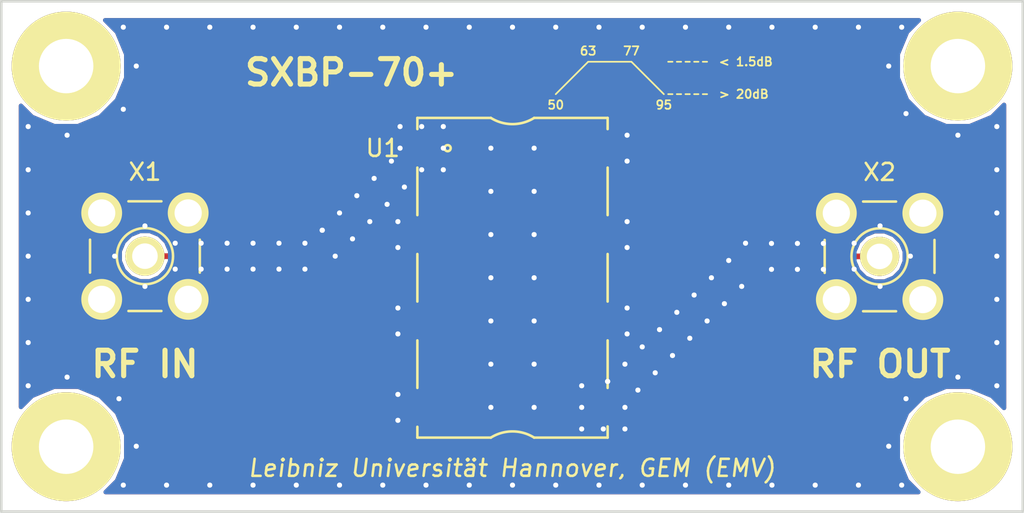
<source format=kicad_pcb>
(kicad_pcb (version 4) (host pcbnew 4.0.2+e4-6225~38~ubuntu15.10.1-stable)

  (general
    (links 172)
    (no_connects 0)
    (area 89.924999 89.924999 150.075001 120.075001)
    (thickness 1.6)
    (drawings 27)
    (tracks 9)
    (zones 0)
    (modules 164)
    (nets 4)
  )

  (page A4)
  (layers
    (0 F.Cu signal)
    (31 B.Cu signal)
    (32 B.Adhes user)
    (33 F.Adhes user)
    (34 B.Paste user)
    (35 F.Paste user)
    (36 B.SilkS user)
    (37 F.SilkS user)
    (38 B.Mask user)
    (39 F.Mask user)
    (40 Dwgs.User user)
    (41 Cmts.User user)
    (42 Eco1.User user)
    (43 Eco2.User user)
    (44 Edge.Cuts user)
    (45 Margin user)
    (46 B.CrtYd user)
    (47 F.CrtYd user)
    (48 B.Fab user)
    (49 F.Fab user)
  )

  (setup
    (last_trace_width 0.15)
    (trace_clearance 0.1)
    (zone_clearance 0.2)
    (zone_45_only no)
    (trace_min 0.15)
    (segment_width 0.1)
    (edge_width 0.15)
    (via_size 0.4)
    (via_drill 0.3)
    (via_min_size 0.4)
    (via_min_drill 0.3)
    (uvia_size 0.3)
    (uvia_drill 0.1)
    (uvias_allowed no)
    (uvia_min_size 0.2)
    (uvia_min_drill 0.1)
    (pcb_text_width 0.3)
    (pcb_text_size 1.5 1.5)
    (mod_edge_width 0.15)
    (mod_text_size 1 1)
    (mod_text_width 0.15)
    (pad_size 3.2 3.2)
    (pad_drill 3.2)
    (pad_to_mask_clearance 0.127)
    (aux_axis_origin 120 105)
    (grid_origin 120 105)
    (visible_elements FFFFFF7F)
    (pcbplotparams
      (layerselection 0x010f0_80000001)
      (usegerberextensions false)
      (excludeedgelayer false)
      (linewidth 0.100000)
      (plotframeref false)
      (viasonmask false)
      (mode 1)
      (useauxorigin false)
      (hpglpennumber 1)
      (hpglpenspeed 20)
      (hpglpendiameter 15)
      (hpglpenoverlay 2)
      (psnegative false)
      (psa4output false)
      (plotreference true)
      (plotvalue false)
      (plotinvisibletext false)
      (padsonsilk false)
      (subtractmaskfromsilk false)
      (outputformat 1)
      (mirror false)
      (drillshape 0)
      (scaleselection 1)
      (outputdirectory ../../../Temp/))
  )

  (net 0 "")
  (net 1 "Net-(U1-Pad1)")
  (net 2 GNDA)
  (net 3 "Net-(U1-Pad8)")

  (net_class Default "This is the default net class."
    (clearance 0.1)
    (trace_width 0.15)
    (via_dia 0.4)
    (via_drill 0.3)
    (uvia_dia 0.3)
    (uvia_drill 0.1)
    (add_net GNDA)
  )

  (net_class 50Ohm ""
    (clearance 0.2)
    (trace_width 0.336)
    (via_dia 0.4)
    (via_drill 0.3)
    (uvia_dia 0.3)
    (uvia_drill 0.1)
    (add_net "Net-(U1-Pad1)")
    (add_net "Net-(U1-Pad8)")
  )

  (module JueVias:VIA-0.3 (layer F.Cu) (tedit 57515DE1) (tstamp 57518DC8)
    (at 135.24 105.762)
    (fp_text reference REF**21 (at 0 -1.27) (layer F.SilkS) hide
      (effects (font (size 1 1) (thickness 0.15)))
    )
    (fp_text value VIA-0.3 (at 0 1.397) (layer F.Fab) hide
      (effects (font (size 1 1) (thickness 0.15)))
    )
    (pad 1 thru_hole circle (at 0 0) (size 0.6 0.6) (drill 0.3) (layers *.Cu)
      (net 2 GNDA))
  )

  (module JueVias:VIA-0.3 (layer F.Cu) (tedit 57515DE1) (tstamp 57518DC4)
    (at 136.764 105.762)
    (fp_text reference REF**21 (at 0 -1.27) (layer F.SilkS) hide
      (effects (font (size 1 1) (thickness 0.15)))
    )
    (fp_text value VIA-0.3 (at 0 1.397) (layer F.Fab) hide
      (effects (font (size 1 1) (thickness 0.15)))
    )
    (pad 1 thru_hole circle (at 0 0) (size 0.6 0.6) (drill 0.3) (layers *.Cu)
      (net 2 GNDA))
  )

  (module JueVias:VIA-0.3 (layer F.Cu) (tedit 57515DE1) (tstamp 57518DC0)
    (at 138.288 105.762)
    (fp_text reference REF**21 (at 0 -1.27) (layer F.SilkS) hide
      (effects (font (size 1 1) (thickness 0.15)))
    )
    (fp_text value VIA-0.3 (at 0 1.397) (layer F.Fab) hide
      (effects (font (size 1 1) (thickness 0.15)))
    )
    (pad 1 thru_hole circle (at 0 0) (size 0.6 0.6) (drill 0.3) (layers *.Cu)
      (net 2 GNDA))
  )

  (module JueVias:VIA-0.3 (layer F.Cu) (tedit 57515DE1) (tstamp 57518DBA)
    (at 138.288 104.238)
    (fp_text reference REF**21 (at 0 -1.27) (layer F.SilkS) hide
      (effects (font (size 1 1) (thickness 0.15)))
    )
    (fp_text value VIA-0.3 (at 0 1.397) (layer F.Fab) hide
      (effects (font (size 1 1) (thickness 0.15)))
    )
    (pad 1 thru_hole circle (at 0 0) (size 0.6 0.6) (drill 0.3) (layers *.Cu)
      (net 2 GNDA))
  )

  (module JueVias:VIA-0.3 (layer F.Cu) (tedit 57515DE1) (tstamp 57518DB6)
    (at 136.764 104.238)
    (fp_text reference REF**21 (at 0 -1.27) (layer F.SilkS) hide
      (effects (font (size 1 1) (thickness 0.15)))
    )
    (fp_text value VIA-0.3 (at 0 1.397) (layer F.Fab) hide
      (effects (font (size 1 1) (thickness 0.15)))
    )
    (pad 1 thru_hole circle (at 0 0) (size 0.6 0.6) (drill 0.3) (layers *.Cu)
      (net 2 GNDA))
  )

  (module JueVias:VIA-0.3 (layer F.Cu) (tedit 57515DE1) (tstamp 57518DB0)
    (at 135.24 104.238)
    (fp_text reference REF**21 (at 0 -1.27) (layer F.SilkS) hide
      (effects (font (size 1 1) (thickness 0.15)))
    )
    (fp_text value VIA-0.3 (at 0 1.397) (layer F.Fab) hide
      (effects (font (size 1 1) (thickness 0.15)))
    )
    (pad 1 thru_hole circle (at 0 0) (size 0.6 0.6) (drill 0.3) (layers *.Cu)
      (net 2 GNDA))
  )

  (module Mounting_Holes:MountingHole_3.2mm_M3_Pad (layer F.Cu) (tedit 57517D54) (tstamp 57517E00)
    (at 93.81 93.81)
    (descr "Mounting Hole 3.2mm, M3")
    (tags "mounting hole 3.2mm m3")
    (fp_text reference REF** (at 0 -4.2) (layer F.SilkS) hide
      (effects (font (size 1 1) (thickness 0.15)))
    )
    (fp_text value MountingHole_3.2mm_M3_Pad (at 0 4.2) (layer F.Fab) hide
      (effects (font (size 1 1) (thickness 0.15)))
    )
    (fp_circle (center 0 0) (end 3.2 0) (layer Cmts.User) (width 0.15))
    (fp_circle (center 0 0) (end 3.45 0) (layer F.CrtYd) (width 0.05))
    (pad 1 thru_hole circle (at 0 0) (size 6.4 6.4) (drill 3.2) (layers *.Cu *.Mask F.SilkS))
  )

  (module Mounting_Holes:MountingHole_3.2mm_M3_Pad (layer F.Cu) (tedit 57517D54) (tstamp 57517DC8)
    (at 93.81 116.19)
    (descr "Mounting Hole 3.2mm, M3")
    (tags "mounting hole 3.2mm m3")
    (fp_text reference REF** (at 0 -4.2) (layer F.SilkS) hide
      (effects (font (size 1 1) (thickness 0.15)))
    )
    (fp_text value MountingHole_3.2mm_M3_Pad (at 0 4.2) (layer F.Fab) hide
      (effects (font (size 1 1) (thickness 0.15)))
    )
    (fp_circle (center 0 0) (end 3.2 0) (layer Cmts.User) (width 0.15))
    (fp_circle (center 0 0) (end 3.45 0) (layer F.CrtYd) (width 0.05))
    (pad 1 thru_hole circle (at 0 0) (size 6.4 6.4) (drill 3.2) (layers *.Cu *.Mask F.SilkS))
  )

  (module Mounting_Holes:MountingHole_3.2mm_M3_Pad (layer F.Cu) (tedit 57517D54) (tstamp 57517DB1)
    (at 146.19 116.19)
    (descr "Mounting Hole 3.2mm, M3")
    (tags "mounting hole 3.2mm m3")
    (fp_text reference REF** (at 0 -4.2) (layer F.SilkS) hide
      (effects (font (size 1 1) (thickness 0.15)))
    )
    (fp_text value MountingHole_3.2mm_M3_Pad (at 0 4.2) (layer F.Fab) hide
      (effects (font (size 1 1) (thickness 0.15)))
    )
    (fp_circle (center 0 0) (end 3.2 0) (layer Cmts.User) (width 0.15))
    (fp_circle (center 0 0) (end 3.45 0) (layer F.CrtYd) (width 0.05))
    (pad 1 thru_hole circle (at 0 0) (size 6.4 6.4) (drill 3.2) (layers *.Cu *.Mask F.SilkS))
  )

  (module Mounting_Holes:MountingHole_3.2mm_M3_Pad (layer F.Cu) (tedit 57517D54) (tstamp 57517D11)
    (at 146.19 93.81)
    (descr "Mounting Hole 3.2mm, M3")
    (tags "mounting hole 3.2mm m3")
    (fp_text reference REF** (at 0 -4.2) (layer F.SilkS) hide
      (effects (font (size 1 1) (thickness 0.15)))
    )
    (fp_text value MountingHole_3.2mm_M3_Pad (at 0 4.2) (layer F.Fab) hide
      (effects (font (size 1 1) (thickness 0.15)))
    )
    (fp_circle (center 0 0) (end 3.2 0) (layer Cmts.User) (width 0.15))
    (fp_circle (center 0 0) (end 3.45 0) (layer F.CrtYd) (width 0.05))
    (pad 1 thru_hole circle (at 0 0) (size 6.4 6.4) (drill 3.2) (layers *.Cu *.Mask F.SilkS))
  )

  (module JueVias:VIA-0.3 (layer F.Cu) (tedit 57515DE1) (tstamp 57516A69)
    (at 96.914 113.368)
    (fp_text reference REF**2117 (at 0 -1.27) (layer F.SilkS) hide
      (effects (font (size 1 1) (thickness 0.15)))
    )
    (fp_text value VIA-0.3 (at 0 1.397) (layer F.Fab) hide
      (effects (font (size 1 1) (thickness 0.15)))
    )
    (pad 1 thru_hole circle (at 0 0) (size 0.6 0.6) (drill 0.3) (layers *.Cu)
      (net 2 GNDA))
  )

  (module JueVias:VIA-0.3 (layer F.Cu) (tedit 57515DE1) (tstamp 57516A65)
    (at 97.93 116.162)
    (fp_text reference REF**2117 (at 0 -1.27) (layer F.SilkS) hide
      (effects (font (size 1 1) (thickness 0.15)))
    )
    (fp_text value VIA-0.3 (at 0 1.397) (layer F.Fab) hide
      (effects (font (size 1 1) (thickness 0.15)))
    )
    (pad 1 thru_hole circle (at 0 0) (size 0.6 0.6) (drill 0.3) (layers *.Cu)
      (net 2 GNDA))
  )

  (module JueVias:VIA-0.3 (layer F.Cu) (tedit 57515DE1) (tstamp 57516A61)
    (at 93.866 112.098)
    (fp_text reference REF**2117 (at 0 -1.27) (layer F.SilkS) hide
      (effects (font (size 1 1) (thickness 0.15)))
    )
    (fp_text value VIA-0.3 (at 0 1.397) (layer F.Fab) hide
      (effects (font (size 1 1) (thickness 0.15)))
    )
    (pad 1 thru_hole circle (at 0 0) (size 0.6 0.6) (drill 0.3) (layers *.Cu)
      (net 2 GNDA))
  )

  (module JueVias:VIA-0.3 (layer F.Cu) (tedit 57515DE1) (tstamp 57516A53)
    (at 97.168 96.35)
    (fp_text reference REF**2111 (at 0 -1.27) (layer F.SilkS) hide
      (effects (font (size 1 1) (thickness 0.15)))
    )
    (fp_text value VIA-0.3 (at 0 1.397) (layer F.Fab) hide
      (effects (font (size 1 1) (thickness 0.15)))
    )
    (pad 1 thru_hole circle (at 0 0) (size 0.6 0.6) (drill 0.3) (layers *.Cu)
      (net 2 GNDA))
  )

  (module JueVias:VIA-0.3 (layer F.Cu) (tedit 57515DE1) (tstamp 57516A4F)
    (at 93.866 97.874)
    (fp_text reference REF**2111 (at 0 -1.27) (layer F.SilkS) hide
      (effects (font (size 1 1) (thickness 0.15)))
    )
    (fp_text value VIA-0.3 (at 0 1.397) (layer F.Fab) hide
      (effects (font (size 1 1) (thickness 0.15)))
    )
    (pad 1 thru_hole circle (at 0 0) (size 0.6 0.6) (drill 0.3) (layers *.Cu)
      (net 2 GNDA))
  )

  (module JueVias:VIA-0.3 (layer F.Cu) (tedit 57515DE1) (tstamp 57516A4A)
    (at 97.93 93.81)
    (fp_text reference REF**2111 (at 0 -1.27) (layer F.SilkS) hide
      (effects (font (size 1 1) (thickness 0.15)))
    )
    (fp_text value VIA-0.3 (at 0 1.397) (layer F.Fab) hide
      (effects (font (size 1 1) (thickness 0.15)))
    )
    (pad 1 thru_hole circle (at 0 0) (size 0.6 0.6) (drill 0.3) (layers *.Cu)
      (net 2 GNDA))
  )

  (module JueVias:VIA-0.3 (layer F.Cu) (tedit 57515DE1) (tstamp 57516A35)
    (at 143.142 96.604)
    (fp_text reference REF**2111 (at 0 -1.27) (layer F.SilkS) hide
      (effects (font (size 1 1) (thickness 0.15)))
    )
    (fp_text value VIA-0.3 (at 0 1.397) (layer F.Fab) hide
      (effects (font (size 1 1) (thickness 0.15)))
    )
    (pad 1 thru_hole circle (at 0 0) (size 0.6 0.6) (drill 0.3) (layers *.Cu)
      (net 2 GNDA))
  )

  (module JueVias:VIA-0.3 (layer F.Cu) (tedit 57515DE1) (tstamp 57516A31)
    (at 142.126 93.81)
    (fp_text reference REF**2111 (at 0 -1.27) (layer F.SilkS) hide
      (effects (font (size 1 1) (thickness 0.15)))
    )
    (fp_text value VIA-0.3 (at 0 1.397) (layer F.Fab) hide
      (effects (font (size 1 1) (thickness 0.15)))
    )
    (pad 1 thru_hole circle (at 0 0) (size 0.6 0.6) (drill 0.3) (layers *.Cu)
      (net 2 GNDA))
  )

  (module JueVias:VIA-0.3 (layer F.Cu) (tedit 57515DE1) (tstamp 57516A2D)
    (at 146.19 97.874)
    (fp_text reference REF**2111 (at 0 -1.27) (layer F.SilkS) hide
      (effects (font (size 1 1) (thickness 0.15)))
    )
    (fp_text value VIA-0.3 (at 0 1.397) (layer F.Fab) hide
      (effects (font (size 1 1) (thickness 0.15)))
    )
    (pad 1 thru_hole circle (at 0 0) (size 0.6 0.6) (drill 0.3) (layers *.Cu)
      (net 2 GNDA))
  )

  (module JueVias:VIA-0.3 (layer F.Cu) (tedit 57515DE1) (tstamp 57516A23)
    (at 142.126 116.162)
    (fp_text reference REF**2117 (at 0 -1.27) (layer F.SilkS) hide
      (effects (font (size 1 1) (thickness 0.15)))
    )
    (fp_text value VIA-0.3 (at 0 1.397) (layer F.Fab) hide
      (effects (font (size 1 1) (thickness 0.15)))
    )
    (pad 1 thru_hole circle (at 0 0) (size 0.6 0.6) (drill 0.3) (layers *.Cu)
      (net 2 GNDA))
  )

  (module JueVias:VIA-0.3 (layer F.Cu) (tedit 57515DE1) (tstamp 57516A1C)
    (at 143.142 113.368)
    (fp_text reference REF**2117 (at 0 -1.27) (layer F.SilkS) hide
      (effects (font (size 1 1) (thickness 0.15)))
    )
    (fp_text value VIA-0.3 (at 0 1.397) (layer F.Fab) hide
      (effects (font (size 1 1) (thickness 0.15)))
    )
    (pad 1 thru_hole circle (at 0 0) (size 0.6 0.6) (drill 0.3) (layers *.Cu)
      (net 2 GNDA))
  )

  (module JueVias:VIA-0.3 (layer F.Cu) (tedit 57515DE1) (tstamp 57516A14)
    (at 146.19 112.098)
    (fp_text reference REF**2117 (at 0 -1.27) (layer F.SilkS) hide
      (effects (font (size 1 1) (thickness 0.15)))
    )
    (fp_text value VIA-0.3 (at 0 1.397) (layer F.Fab) hide
      (effects (font (size 1 1) (thickness 0.15)))
    )
    (pad 1 thru_hole circle (at 0 0) (size 0.6 0.6) (drill 0.3) (layers *.Cu)
      (net 2 GNDA))
  )

  (module JueVias:VIA-0.3 (layer F.Cu) (tedit 57515DE1) (tstamp 5751659E)
    (at 148.476 112.606)
    (fp_text reference REF**2117 (at 0 -1.27) (layer F.SilkS) hide
      (effects (font (size 1 1) (thickness 0.15)))
    )
    (fp_text value VIA-0.3 (at 0 1.397) (layer F.Fab) hide
      (effects (font (size 1 1) (thickness 0.15)))
    )
    (pad 1 thru_hole circle (at 0 0) (size 0.6 0.6) (drill 0.3) (layers *.Cu)
      (net 2 GNDA))
  )

  (module JueVias:VIA-0.3 (layer F.Cu) (tedit 57515DE1) (tstamp 5751659A)
    (at 148.476 110.066)
    (fp_text reference REF**2116 (at 0 -1.27) (layer F.SilkS) hide
      (effects (font (size 1 1) (thickness 0.15)))
    )
    (fp_text value VIA-0.3 (at 0 1.397) (layer F.Fab) hide
      (effects (font (size 1 1) (thickness 0.15)))
    )
    (pad 1 thru_hole circle (at 0 0) (size 0.6 0.6) (drill 0.3) (layers *.Cu)
      (net 2 GNDA))
  )

  (module JueVias:VIA-0.3 (layer F.Cu) (tedit 57515DE1) (tstamp 57516596)
    (at 148.476 99.906)
    (fp_text reference REF**2112 (at 0 -1.27) (layer F.SilkS) hide
      (effects (font (size 1 1) (thickness 0.15)))
    )
    (fp_text value VIA-0.3 (at 0 1.397) (layer F.Fab) hide
      (effects (font (size 1 1) (thickness 0.15)))
    )
    (pad 1 thru_hole circle (at 0 0) (size 0.6 0.6) (drill 0.3) (layers *.Cu)
      (net 2 GNDA))
  )

  (module JueVias:VIA-0.3 (layer F.Cu) (tedit 57515DE1) (tstamp 57516592)
    (at 148.476 102.446)
    (fp_text reference REF**2113 (at 0 -1.27) (layer F.SilkS) hide
      (effects (font (size 1 1) (thickness 0.15)))
    )
    (fp_text value VIA-0.3 (at 0 1.397) (layer F.Fab) hide
      (effects (font (size 1 1) (thickness 0.15)))
    )
    (pad 1 thru_hole circle (at 0 0) (size 0.6 0.6) (drill 0.3) (layers *.Cu)
      (net 2 GNDA))
  )

  (module JueVias:VIA-0.3 (layer F.Cu) (tedit 57515DE1) (tstamp 5751658E)
    (at 148.476 97.366)
    (fp_text reference REF**2111 (at 0 -1.27) (layer F.SilkS) hide
      (effects (font (size 1 1) (thickness 0.15)))
    )
    (fp_text value VIA-0.3 (at 0 1.397) (layer F.Fab) hide
      (effects (font (size 1 1) (thickness 0.15)))
    )
    (pad 1 thru_hole circle (at 0 0) (size 0.6 0.6) (drill 0.3) (layers *.Cu)
      (net 2 GNDA))
  )

  (module JueVias:VIA-0.3 (layer F.Cu) (tedit 57515DE1) (tstamp 5751658A)
    (at 148.476 107.526)
    (fp_text reference REF**2115 (at 0 -1.27) (layer F.SilkS) hide
      (effects (font (size 1 1) (thickness 0.15)))
    )
    (fp_text value VIA-0.3 (at 0 1.397) (layer F.Fab) hide
      (effects (font (size 1 1) (thickness 0.15)))
    )
    (pad 1 thru_hole circle (at 0 0) (size 0.6 0.6) (drill 0.3) (layers *.Cu)
      (net 2 GNDA))
  )

  (module JueVias:VIA-0.3 (layer F.Cu) (tedit 57515DE1) (tstamp 57516586)
    (at 148.476 104.986)
    (fp_text reference REF**2114 (at 0 -1.27) (layer F.SilkS) hide
      (effects (font (size 1 1) (thickness 0.15)))
    )
    (fp_text value VIA-0.3 (at 0 1.397) (layer F.Fab) hide
      (effects (font (size 1 1) (thickness 0.15)))
    )
    (pad 1 thru_hole circle (at 0 0) (size 0.6 0.6) (drill 0.3) (layers *.Cu)
      (net 2 GNDA))
  )

  (module JueVias:VIA-0.3 (layer F.Cu) (tedit 57515DE1) (tstamp 57516574)
    (at 91.58 112.606)
    (fp_text reference REF**2117 (at 0 -1.27) (layer F.SilkS) hide
      (effects (font (size 1 1) (thickness 0.15)))
    )
    (fp_text value VIA-0.3 (at 0 1.397) (layer F.Fab) hide
      (effects (font (size 1 1) (thickness 0.15)))
    )
    (pad 1 thru_hole circle (at 0 0) (size 0.6 0.6) (drill 0.3) (layers *.Cu)
      (net 2 GNDA))
  )

  (module JueVias:VIA-0.3 (layer F.Cu) (tedit 57515DE1) (tstamp 57516570)
    (at 91.58 110.066)
    (fp_text reference REF**2116 (at 0 -1.27) (layer F.SilkS) hide
      (effects (font (size 1 1) (thickness 0.15)))
    )
    (fp_text value VIA-0.3 (at 0 1.397) (layer F.Fab) hide
      (effects (font (size 1 1) (thickness 0.15)))
    )
    (pad 1 thru_hole circle (at 0 0) (size 0.6 0.6) (drill 0.3) (layers *.Cu)
      (net 2 GNDA))
  )

  (module JueVias:VIA-0.3 (layer F.Cu) (tedit 57515DE1) (tstamp 5751656C)
    (at 91.58 107.526)
    (fp_text reference REF**2115 (at 0 -1.27) (layer F.SilkS) hide
      (effects (font (size 1 1) (thickness 0.15)))
    )
    (fp_text value VIA-0.3 (at 0 1.397) (layer F.Fab) hide
      (effects (font (size 1 1) (thickness 0.15)))
    )
    (pad 1 thru_hole circle (at 0 0) (size 0.6 0.6) (drill 0.3) (layers *.Cu)
      (net 2 GNDA))
  )

  (module JueVias:VIA-0.3 (layer F.Cu) (tedit 57515DE1) (tstamp 57516568)
    (at 91.58 104.986)
    (fp_text reference REF**2114 (at 0 -1.27) (layer F.SilkS) hide
      (effects (font (size 1 1) (thickness 0.15)))
    )
    (fp_text value VIA-0.3 (at 0 1.397) (layer F.Fab) hide
      (effects (font (size 1 1) (thickness 0.15)))
    )
    (pad 1 thru_hole circle (at 0 0) (size 0.6 0.6) (drill 0.3) (layers *.Cu)
      (net 2 GNDA))
  )

  (module JueVias:VIA-0.3 (layer F.Cu) (tedit 57515DE1) (tstamp 57516564)
    (at 91.58 102.446)
    (fp_text reference REF**2113 (at 0 -1.27) (layer F.SilkS) hide
      (effects (font (size 1 1) (thickness 0.15)))
    )
    (fp_text value VIA-0.3 (at 0 1.397) (layer F.Fab) hide
      (effects (font (size 1 1) (thickness 0.15)))
    )
    (pad 1 thru_hole circle (at 0 0) (size 0.6 0.6) (drill 0.3) (layers *.Cu)
      (net 2 GNDA))
  )

  (module JueVias:VIA-0.3 (layer F.Cu) (tedit 57515DE1) (tstamp 57516560)
    (at 91.58 99.906)
    (fp_text reference REF**2112 (at 0 -1.27) (layer F.SilkS) hide
      (effects (font (size 1 1) (thickness 0.15)))
    )
    (fp_text value VIA-0.3 (at 0 1.397) (layer F.Fab) hide
      (effects (font (size 1 1) (thickness 0.15)))
    )
    (pad 1 thru_hole circle (at 0 0) (size 0.6 0.6) (drill 0.3) (layers *.Cu)
      (net 2 GNDA))
  )

  (module JueVias:VIA-0.3 (layer F.Cu) (tedit 57515DE1) (tstamp 57516558)
    (at 91.58 97.366)
    (fp_text reference REF**2111 (at 0 -1.27) (layer F.SilkS) hide
      (effects (font (size 1 1) (thickness 0.15)))
    )
    (fp_text value VIA-0.3 (at 0 1.397) (layer F.Fab) hide
      (effects (font (size 1 1) (thickness 0.15)))
    )
    (pad 1 thru_hole circle (at 0 0) (size 0.6 0.6) (drill 0.3) (layers *.Cu)
      (net 2 GNDA))
  )

  (module JueVias:VIA-0.3 (layer F.Cu) (tedit 57515DE1) (tstamp 57516504)
    (at 112.408 118.448)
    (fp_text reference REF**2711 (at 0 -1.27) (layer F.SilkS) hide
      (effects (font (size 1 1) (thickness 0.15)))
    )
    (fp_text value VIA-0.3 (at 0 1.397) (layer F.Fab) hide
      (effects (font (size 1 1) (thickness 0.15)))
    )
    (pad 1 thru_hole circle (at 0 0) (size 0.6 0.6) (drill 0.3) (layers *.Cu)
      (net 2 GNDA))
  )

  (module JueVias:VIA-0.3 (layer F.Cu) (tedit 57515DE1) (tstamp 57516500)
    (at 117.488 118.448)
    (fp_text reference REF**2731 (at 0 -1.27) (layer F.SilkS) hide
      (effects (font (size 1 1) (thickness 0.15)))
    )
    (fp_text value VIA-0.3 (at 0 1.397) (layer F.Fab) hide
      (effects (font (size 1 1) (thickness 0.15)))
    )
    (pad 1 thru_hole circle (at 0 0) (size 0.6 0.6) (drill 0.3) (layers *.Cu)
      (net 2 GNDA))
  )

  (module JueVias:VIA-0.3 (layer F.Cu) (tedit 57515DE1) (tstamp 575164FC)
    (at 114.948 118.448)
    (fp_text reference REF**2721 (at 0 -1.27) (layer F.SilkS) hide
      (effects (font (size 1 1) (thickness 0.15)))
    )
    (fp_text value VIA-0.3 (at 0 1.397) (layer F.Fab) hide
      (effects (font (size 1 1) (thickness 0.15)))
    )
    (pad 1 thru_hole circle (at 0 0) (size 0.6 0.6) (drill 0.3) (layers *.Cu)
      (net 2 GNDA))
  )

  (module JueVias:VIA-0.3 (layer F.Cu) (tedit 57515DE1) (tstamp 575164F8)
    (at 120.028 118.448)
    (fp_text reference REF**2741 (at 0 -1.27) (layer F.SilkS) hide
      (effects (font (size 1 1) (thickness 0.15)))
    )
    (fp_text value VIA-0.3 (at 0 1.397) (layer F.Fab) hide
      (effects (font (size 1 1) (thickness 0.15)))
    )
    (pad 1 thru_hole circle (at 0 0) (size 0.6 0.6) (drill 0.3) (layers *.Cu)
      (net 2 GNDA))
  )

  (module JueVias:VIA-0.3 (layer F.Cu) (tedit 57515DE1) (tstamp 575164F4)
    (at 107.328 118.448)
    (fp_text reference REF**251 (at 0 -1.27) (layer F.SilkS) hide
      (effects (font (size 1 1) (thickness 0.15)))
    )
    (fp_text value VIA-0.3 (at 0 1.397) (layer F.Fab) hide
      (effects (font (size 1 1) (thickness 0.15)))
    )
    (pad 1 thru_hole circle (at 0 0) (size 0.6 0.6) (drill 0.3) (layers *.Cu)
      (net 2 GNDA))
  )

  (module JueVias:VIA-0.3 (layer F.Cu) (tedit 57515DE1) (tstamp 575164F0)
    (at 104.788 118.448)
    (fp_text reference REF**241 (at 0 -1.27) (layer F.SilkS) hide
      (effects (font (size 1 1) (thickness 0.15)))
    )
    (fp_text value VIA-0.3 (at 0 1.397) (layer F.Fab) hide
      (effects (font (size 1 1) (thickness 0.15)))
    )
    (pad 1 thru_hole circle (at 0 0) (size 0.6 0.6) (drill 0.3) (layers *.Cu)
      (net 2 GNDA))
  )

  (module JueVias:VIA-0.3 (layer F.Cu) (tedit 57515DE1) (tstamp 575164EC)
    (at 109.868 118.448)
    (fp_text reference REF**261 (at 0 -1.27) (layer F.SilkS) hide
      (effects (font (size 1 1) (thickness 0.15)))
    )
    (fp_text value VIA-0.3 (at 0 1.397) (layer F.Fab) hide
      (effects (font (size 1 1) (thickness 0.15)))
    )
    (pad 1 thru_hole circle (at 0 0) (size 0.6 0.6) (drill 0.3) (layers *.Cu)
      (net 2 GNDA))
  )

  (module JueVias:VIA-0.3 (layer F.Cu) (tedit 57515DE1) (tstamp 575164E8)
    (at 122.568 118.448)
    (fp_text reference REF**2751 (at 0 -1.27) (layer F.SilkS) hide
      (effects (font (size 1 1) (thickness 0.15)))
    )
    (fp_text value VIA-0.3 (at 0 1.397) (layer F.Fab) hide
      (effects (font (size 1 1) (thickness 0.15)))
    )
    (pad 1 thru_hole circle (at 0 0) (size 0.6 0.6) (drill 0.3) (layers *.Cu)
      (net 2 GNDA))
  )

  (module JueVias:VIA-0.3 (layer F.Cu) (tedit 57515DE1) (tstamp 575164E4)
    (at 97.168 118.448)
    (fp_text reference REF**211 (at 0 -1.27) (layer F.SilkS) hide
      (effects (font (size 1 1) (thickness 0.15)))
    )
    (fp_text value VIA-0.3 (at 0 1.397) (layer F.Fab) hide
      (effects (font (size 1 1) (thickness 0.15)))
    )
    (pad 1 thru_hole circle (at 0 0) (size 0.6 0.6) (drill 0.3) (layers *.Cu)
      (net 2 GNDA))
  )

  (module JueVias:VIA-0.3 (layer F.Cu) (tedit 57515DE1) (tstamp 575164E0)
    (at 102.248 118.448)
    (fp_text reference REF**231 (at 0 -1.27) (layer F.SilkS) hide
      (effects (font (size 1 1) (thickness 0.15)))
    )
    (fp_text value VIA-0.3 (at 0 1.397) (layer F.Fab) hide
      (effects (font (size 1 1) (thickness 0.15)))
    )
    (pad 1 thru_hole circle (at 0 0) (size 0.6 0.6) (drill 0.3) (layers *.Cu)
      (net 2 GNDA))
  )

  (module JueVias:VIA-0.3 (layer F.Cu) (tedit 57515DE1) (tstamp 575164DC)
    (at 99.708 118.448)
    (fp_text reference REF**221 (at 0 -1.27) (layer F.SilkS) hide
      (effects (font (size 1 1) (thickness 0.15)))
    )
    (fp_text value VIA-0.3 (at 0 1.397) (layer F.Fab) hide
      (effects (font (size 1 1) (thickness 0.15)))
    )
    (pad 1 thru_hole circle (at 0 0) (size 0.6 0.6) (drill 0.3) (layers *.Cu)
      (net 2 GNDA))
  )

  (module JueVias:VIA-0.3 (layer F.Cu) (tedit 57515DE1) (tstamp 575164D8)
    (at 127.648 118.448)
    (fp_text reference REF**27711 (at 0 -1.27) (layer F.SilkS) hide
      (effects (font (size 1 1) (thickness 0.15)))
    )
    (fp_text value VIA-0.3 (at 0 1.397) (layer F.Fab) hide
      (effects (font (size 1 1) (thickness 0.15)))
    )
    (pad 1 thru_hole circle (at 0 0) (size 0.6 0.6) (drill 0.3) (layers *.Cu)
      (net 2 GNDA))
  )

  (module JueVias:VIA-0.3 (layer F.Cu) (tedit 57515DE1) (tstamp 575164D4)
    (at 130.188 118.448)
    (fp_text reference REF**27721 (at 0 -1.27) (layer F.SilkS) hide
      (effects (font (size 1 1) (thickness 0.15)))
    )
    (fp_text value VIA-0.3 (at 0 1.397) (layer F.Fab) hide
      (effects (font (size 1 1) (thickness 0.15)))
    )
    (pad 1 thru_hole circle (at 0 0) (size 0.6 0.6) (drill 0.3) (layers *.Cu)
      (net 2 GNDA))
  )

  (module JueVias:VIA-0.3 (layer F.Cu) (tedit 57515DE1) (tstamp 575164D0)
    (at 132.728 118.448)
    (fp_text reference REF**27731 (at 0 -1.27) (layer F.SilkS) hide
      (effects (font (size 1 1) (thickness 0.15)))
    )
    (fp_text value VIA-0.3 (at 0 1.397) (layer F.Fab) hide
      (effects (font (size 1 1) (thickness 0.15)))
    )
    (pad 1 thru_hole circle (at 0 0) (size 0.6 0.6) (drill 0.3) (layers *.Cu)
      (net 2 GNDA))
  )

  (module JueVias:VIA-0.3 (layer F.Cu) (tedit 57515DE1) (tstamp 575164CC)
    (at 135.268 118.448)
    (fp_text reference REF**27741 (at 0 -1.27) (layer F.SilkS) hide
      (effects (font (size 1 1) (thickness 0.15)))
    )
    (fp_text value VIA-0.3 (at 0 1.397) (layer F.Fab) hide
      (effects (font (size 1 1) (thickness 0.15)))
    )
    (pad 1 thru_hole circle (at 0 0) (size 0.6 0.6) (drill 0.3) (layers *.Cu)
      (net 2 GNDA))
  )

  (module JueVias:VIA-0.3 (layer F.Cu) (tedit 57515DE1) (tstamp 575164C8)
    (at 125.108 118.448)
    (fp_text reference REF**2761 (at 0 -1.27) (layer F.SilkS) hide
      (effects (font (size 1 1) (thickness 0.15)))
    )
    (fp_text value VIA-0.3 (at 0 1.397) (layer F.Fab) hide
      (effects (font (size 1 1) (thickness 0.15)))
    )
    (pad 1 thru_hole circle (at 0 0) (size 0.6 0.6) (drill 0.3) (layers *.Cu)
      (net 2 GNDA))
  )

  (module JueVias:VIA-0.3 (layer F.Cu) (tedit 57515DE1) (tstamp 575164C4)
    (at 142.888 118.448)
    (fp_text reference REF**27771 (at 0 -1.27) (layer F.SilkS) hide
      (effects (font (size 1 1) (thickness 0.15)))
    )
    (fp_text value VIA-0.3 (at 0 1.397) (layer F.Fab) hide
      (effects (font (size 1 1) (thickness 0.15)))
    )
    (pad 1 thru_hole circle (at 0 0) (size 0.6 0.6) (drill 0.3) (layers *.Cu)
      (net 2 GNDA))
  )

  (module JueVias:VIA-0.3 (layer F.Cu) (tedit 57515DE1) (tstamp 575164C0)
    (at 137.808 118.448)
    (fp_text reference REF**27751 (at 0 -1.27) (layer F.SilkS) hide
      (effects (font (size 1 1) (thickness 0.15)))
    )
    (fp_text value VIA-0.3 (at 0 1.397) (layer F.Fab) hide
      (effects (font (size 1 1) (thickness 0.15)))
    )
    (pad 1 thru_hole circle (at 0 0) (size 0.6 0.6) (drill 0.3) (layers *.Cu)
      (net 2 GNDA))
  )

  (module JueVias:VIA-0.3 (layer F.Cu) (tedit 57515DE1) (tstamp 575164BC)
    (at 140.348 118.448)
    (fp_text reference REF**27761 (at 0 -1.27) (layer F.SilkS) hide
      (effects (font (size 1 1) (thickness 0.15)))
    )
    (fp_text value VIA-0.3 (at 0 1.397) (layer F.Fab) hide
      (effects (font (size 1 1) (thickness 0.15)))
    )
    (pad 1 thru_hole circle (at 0 0) (size 0.6 0.6) (drill 0.3) (layers *.Cu)
      (net 2 GNDA))
  )

  (module JueVias:VIA-0.3 (layer F.Cu) (tedit 57515DE1) (tstamp 575164B7)
    (at 142.888 91.524)
    (fp_text reference REF**27771 (at 0 -1.27) (layer F.SilkS) hide
      (effects (font (size 1 1) (thickness 0.15)))
    )
    (fp_text value VIA-0.3 (at 0 1.397) (layer F.Fab) hide
      (effects (font (size 1 1) (thickness 0.15)))
    )
    (pad 1 thru_hole circle (at 0 0) (size 0.6 0.6) (drill 0.3) (layers *.Cu)
      (net 2 GNDA))
  )

  (module JueVias:VIA-0.3 (layer F.Cu) (tedit 57515DE1) (tstamp 575164B3)
    (at 140.348 91.524)
    (fp_text reference REF**27761 (at 0 -1.27) (layer F.SilkS) hide
      (effects (font (size 1 1) (thickness 0.15)))
    )
    (fp_text value VIA-0.3 (at 0 1.397) (layer F.Fab) hide
      (effects (font (size 1 1) (thickness 0.15)))
    )
    (pad 1 thru_hole circle (at 0 0) (size 0.6 0.6) (drill 0.3) (layers *.Cu)
      (net 2 GNDA))
  )

  (module JueVias:VIA-0.3 (layer F.Cu) (tedit 57515DE1) (tstamp 575164AF)
    (at 137.808 91.524)
    (fp_text reference REF**27751 (at 0 -1.27) (layer F.SilkS) hide
      (effects (font (size 1 1) (thickness 0.15)))
    )
    (fp_text value VIA-0.3 (at 0 1.397) (layer F.Fab) hide
      (effects (font (size 1 1) (thickness 0.15)))
    )
    (pad 1 thru_hole circle (at 0 0) (size 0.6 0.6) (drill 0.3) (layers *.Cu)
      (net 2 GNDA))
  )

  (module JueVias:VIA-0.3 (layer F.Cu) (tedit 57515DE1) (tstamp 575164AB)
    (at 135.268 91.524)
    (fp_text reference REF**27741 (at 0 -1.27) (layer F.SilkS) hide
      (effects (font (size 1 1) (thickness 0.15)))
    )
    (fp_text value VIA-0.3 (at 0 1.397) (layer F.Fab) hide
      (effects (font (size 1 1) (thickness 0.15)))
    )
    (pad 1 thru_hole circle (at 0 0) (size 0.6 0.6) (drill 0.3) (layers *.Cu)
      (net 2 GNDA))
  )

  (module JueVias:VIA-0.3 (layer F.Cu) (tedit 57515DE1) (tstamp 575164A7)
    (at 132.728 91.524)
    (fp_text reference REF**27731 (at 0 -1.27) (layer F.SilkS) hide
      (effects (font (size 1 1) (thickness 0.15)))
    )
    (fp_text value VIA-0.3 (at 0 1.397) (layer F.Fab) hide
      (effects (font (size 1 1) (thickness 0.15)))
    )
    (pad 1 thru_hole circle (at 0 0) (size 0.6 0.6) (drill 0.3) (layers *.Cu)
      (net 2 GNDA))
  )

  (module JueVias:VIA-0.3 (layer F.Cu) (tedit 57515DE1) (tstamp 575164A3)
    (at 130.188 91.524)
    (fp_text reference REF**27721 (at 0 -1.27) (layer F.SilkS) hide
      (effects (font (size 1 1) (thickness 0.15)))
    )
    (fp_text value VIA-0.3 (at 0 1.397) (layer F.Fab) hide
      (effects (font (size 1 1) (thickness 0.15)))
    )
    (pad 1 thru_hole circle (at 0 0) (size 0.6 0.6) (drill 0.3) (layers *.Cu)
      (net 2 GNDA))
  )

  (module JueVias:VIA-0.3 (layer F.Cu) (tedit 57515DE1) (tstamp 5751649A)
    (at 127.648 91.524)
    (fp_text reference REF**27711 (at 0 -1.27) (layer F.SilkS) hide
      (effects (font (size 1 1) (thickness 0.15)))
    )
    (fp_text value VIA-0.3 (at 0 1.397) (layer F.Fab) hide
      (effects (font (size 1 1) (thickness 0.15)))
    )
    (pad 1 thru_hole circle (at 0 0) (size 0.6 0.6) (drill 0.3) (layers *.Cu)
      (net 2 GNDA))
  )

  (module JueVias:VIA-0.3 (layer F.Cu) (tedit 57515DE1) (tstamp 57516496)
    (at 125.108 91.524)
    (fp_text reference REF**2761 (at 0 -1.27) (layer F.SilkS) hide
      (effects (font (size 1 1) (thickness 0.15)))
    )
    (fp_text value VIA-0.3 (at 0 1.397) (layer F.Fab) hide
      (effects (font (size 1 1) (thickness 0.15)))
    )
    (pad 1 thru_hole circle (at 0 0) (size 0.6 0.6) (drill 0.3) (layers *.Cu)
      (net 2 GNDA))
  )

  (module JueVias:VIA-0.3 (layer F.Cu) (tedit 57515DE1) (tstamp 57516492)
    (at 122.568 91.524)
    (fp_text reference REF**2751 (at 0 -1.27) (layer F.SilkS) hide
      (effects (font (size 1 1) (thickness 0.15)))
    )
    (fp_text value VIA-0.3 (at 0 1.397) (layer F.Fab) hide
      (effects (font (size 1 1) (thickness 0.15)))
    )
    (pad 1 thru_hole circle (at 0 0) (size 0.6 0.6) (drill 0.3) (layers *.Cu)
      (net 2 GNDA))
  )

  (module JueVias:VIA-0.3 (layer F.Cu) (tedit 57515DE1) (tstamp 5751648E)
    (at 120.028 91.524)
    (fp_text reference REF**2741 (at 0 -1.27) (layer F.SilkS) hide
      (effects (font (size 1 1) (thickness 0.15)))
    )
    (fp_text value VIA-0.3 (at 0 1.397) (layer F.Fab) hide
      (effects (font (size 1 1) (thickness 0.15)))
    )
    (pad 1 thru_hole circle (at 0 0) (size 0.6 0.6) (drill 0.3) (layers *.Cu)
      (net 2 GNDA))
  )

  (module JueVias:VIA-0.3 (layer F.Cu) (tedit 57515DE1) (tstamp 5751648A)
    (at 117.488 91.524)
    (fp_text reference REF**2731 (at 0 -1.27) (layer F.SilkS) hide
      (effects (font (size 1 1) (thickness 0.15)))
    )
    (fp_text value VIA-0.3 (at 0 1.397) (layer F.Fab) hide
      (effects (font (size 1 1) (thickness 0.15)))
    )
    (pad 1 thru_hole circle (at 0 0) (size 0.6 0.6) (drill 0.3) (layers *.Cu)
      (net 2 GNDA))
  )

  (module JueVias:VIA-0.3 (layer F.Cu) (tedit 57515DE1) (tstamp 57516486)
    (at 114.948 91.524)
    (fp_text reference REF**2721 (at 0 -1.27) (layer F.SilkS) hide
      (effects (font (size 1 1) (thickness 0.15)))
    )
    (fp_text value VIA-0.3 (at 0 1.397) (layer F.Fab) hide
      (effects (font (size 1 1) (thickness 0.15)))
    )
    (pad 1 thru_hole circle (at 0 0) (size 0.6 0.6) (drill 0.3) (layers *.Cu)
      (net 2 GNDA))
  )

  (module JueVias:VIA-0.3 (layer F.Cu) (tedit 57515DE1) (tstamp 5751647D)
    (at 112.408 91.524)
    (fp_text reference REF**2711 (at 0 -1.27) (layer F.SilkS) hide
      (effects (font (size 1 1) (thickness 0.15)))
    )
    (fp_text value VIA-0.3 (at 0 1.397) (layer F.Fab) hide
      (effects (font (size 1 1) (thickness 0.15)))
    )
    (pad 1 thru_hole circle (at 0 0) (size 0.6 0.6) (drill 0.3) (layers *.Cu)
      (net 2 GNDA))
  )

  (module JueVias:VIA-0.3 (layer F.Cu) (tedit 57515DE1) (tstamp 57516479)
    (at 109.868 91.524)
    (fp_text reference REF**261 (at 0 -1.27) (layer F.SilkS) hide
      (effects (font (size 1 1) (thickness 0.15)))
    )
    (fp_text value VIA-0.3 (at 0 1.397) (layer F.Fab) hide
      (effects (font (size 1 1) (thickness 0.15)))
    )
    (pad 1 thru_hole circle (at 0 0) (size 0.6 0.6) (drill 0.3) (layers *.Cu)
      (net 2 GNDA))
  )

  (module JueVias:VIA-0.3 (layer F.Cu) (tedit 57515DE1) (tstamp 57516475)
    (at 107.328 91.524)
    (fp_text reference REF**251 (at 0 -1.27) (layer F.SilkS) hide
      (effects (font (size 1 1) (thickness 0.15)))
    )
    (fp_text value VIA-0.3 (at 0 1.397) (layer F.Fab) hide
      (effects (font (size 1 1) (thickness 0.15)))
    )
    (pad 1 thru_hole circle (at 0 0) (size 0.6 0.6) (drill 0.3) (layers *.Cu)
      (net 2 GNDA))
  )

  (module JueVias:VIA-0.3 (layer F.Cu) (tedit 57515DE1) (tstamp 57516471)
    (at 104.788 91.524)
    (fp_text reference REF**241 (at 0 -1.27) (layer F.SilkS) hide
      (effects (font (size 1 1) (thickness 0.15)))
    )
    (fp_text value VIA-0.3 (at 0 1.397) (layer F.Fab) hide
      (effects (font (size 1 1) (thickness 0.15)))
    )
    (pad 1 thru_hole circle (at 0 0) (size 0.6 0.6) (drill 0.3) (layers *.Cu)
      (net 2 GNDA))
  )

  (module JueVias:VIA-0.3 (layer F.Cu) (tedit 57515DE1) (tstamp 5751646D)
    (at 102.248 91.524)
    (fp_text reference REF**231 (at 0 -1.27) (layer F.SilkS) hide
      (effects (font (size 1 1) (thickness 0.15)))
    )
    (fp_text value VIA-0.3 (at 0 1.397) (layer F.Fab) hide
      (effects (font (size 1 1) (thickness 0.15)))
    )
    (pad 1 thru_hole circle (at 0 0) (size 0.6 0.6) (drill 0.3) (layers *.Cu)
      (net 2 GNDA))
  )

  (module JueVias:VIA-0.3 (layer F.Cu) (tedit 57515DE1) (tstamp 57516469)
    (at 99.708 91.524)
    (fp_text reference REF**221 (at 0 -1.27) (layer F.SilkS) hide
      (effects (font (size 1 1) (thickness 0.15)))
    )
    (fp_text value VIA-0.3 (at 0 1.397) (layer F.Fab) hide
      (effects (font (size 1 1) (thickness 0.15)))
    )
    (pad 1 thru_hole circle (at 0 0) (size 0.6 0.6) (drill 0.3) (layers *.Cu)
      (net 2 GNDA))
  )

  (module JueVias:VIA-0.3 (layer F.Cu) (tedit 57515DE1) (tstamp 5751644A)
    (at 97.168 91.524)
    (fp_text reference REF**211 (at 0 -1.27) (layer F.SilkS) hide
      (effects (font (size 1 1) (thickness 0.15)))
    )
    (fp_text value VIA-0.3 (at 0 1.397) (layer F.Fab) hide
      (effects (font (size 1 1) (thickness 0.15)))
    )
    (pad 1 thru_hole circle (at 0 0) (size 0.6 0.6) (drill 0.3) (layers *.Cu)
      (net 2 GNDA))
  )

  (module JueVias:VIA-0.3 (layer F.Cu) (tedit 57515DE1) (tstamp 57516419)
    (at 133.49 106.764)
    (fp_text reference REF**21 (at 0 -1.27) (layer F.SilkS) hide
      (effects (font (size 1 1) (thickness 0.15)))
    )
    (fp_text value VIA-0.3 (at 0 1.397) (layer F.Fab) hide
      (effects (font (size 1 1) (thickness 0.15)))
    )
    (pad 1 thru_hole circle (at 0 0) (size 0.6 0.6) (drill 0.3) (layers *.Cu)
      (net 2 GNDA))
  )

  (module JueVias:VIA-0.3 (layer F.Cu) (tedit 57515DE1) (tstamp 57516415)
    (at 132.474 107.78)
    (fp_text reference REF**21 (at 0 -1.27) (layer F.SilkS) hide
      (effects (font (size 1 1) (thickness 0.15)))
    )
    (fp_text value VIA-0.3 (at 0 1.397) (layer F.Fab) hide
      (effects (font (size 1 1) (thickness 0.15)))
    )
    (pad 1 thru_hole circle (at 0 0) (size 0.6 0.6) (drill 0.3) (layers *.Cu)
      (net 2 GNDA))
  )

  (module JueVias:VIA-0.3 (layer F.Cu) (tedit 57515DE1) (tstamp 57516411)
    (at 131.458 108.796)
    (fp_text reference REF**21 (at 0 -1.27) (layer F.SilkS) hide
      (effects (font (size 1 1) (thickness 0.15)))
    )
    (fp_text value VIA-0.3 (at 0 1.397) (layer F.Fab) hide
      (effects (font (size 1 1) (thickness 0.15)))
    )
    (pad 1 thru_hole circle (at 0 0) (size 0.6 0.6) (drill 0.3) (layers *.Cu)
      (net 2 GNDA))
  )

  (module JueVias:VIA-0.3 (layer F.Cu) (tedit 57515DE1) (tstamp 5751640D)
    (at 130.442 109.812)
    (fp_text reference REF**21 (at 0 -1.27) (layer F.SilkS) hide
      (effects (font (size 1 1) (thickness 0.15)))
    )
    (fp_text value VIA-0.3 (at 0 1.397) (layer F.Fab) hide
      (effects (font (size 1 1) (thickness 0.15)))
    )
    (pad 1 thru_hole circle (at 0 0) (size 0.6 0.6) (drill 0.3) (layers *.Cu)
      (net 2 GNDA))
  )

  (module JueVias:VIA-0.3 (layer F.Cu) (tedit 57515DE1) (tstamp 57516409)
    (at 129.426 110.828)
    (fp_text reference REF**21 (at 0 -1.27) (layer F.SilkS) hide
      (effects (font (size 1 1) (thickness 0.15)))
    )
    (fp_text value VIA-0.3 (at 0 1.397) (layer F.Fab) hide
      (effects (font (size 1 1) (thickness 0.15)))
    )
    (pad 1 thru_hole circle (at 0 0) (size 0.6 0.6) (drill 0.3) (layers *.Cu)
      (net 2 GNDA))
  )

  (module JueVias:VIA-0.3 (layer F.Cu) (tedit 57515DE1) (tstamp 57516405)
    (at 128.41 111.844)
    (fp_text reference REF**21 (at 0 -1.27) (layer F.SilkS) hide
      (effects (font (size 1 1) (thickness 0.15)))
    )
    (fp_text value VIA-0.3 (at 0 1.397) (layer F.Fab) hide
      (effects (font (size 1 1) (thickness 0.15)))
    )
    (pad 1 thru_hole circle (at 0 0) (size 0.6 0.6) (drill 0.3) (layers *.Cu)
      (net 2 GNDA))
  )

  (module JueVias:VIA-0.3 (layer F.Cu) (tedit 57515DE1) (tstamp 57516401)
    (at 127.394 112.86)
    (fp_text reference REF**21 (at 0 -1.27) (layer F.SilkS) hide
      (effects (font (size 1 1) (thickness 0.15)))
    )
    (fp_text value VIA-0.3 (at 0 1.397) (layer F.Fab) hide
      (effects (font (size 1 1) (thickness 0.15)))
    )
    (pad 1 thru_hole circle (at 0 0) (size 0.6 0.6) (drill 0.3) (layers *.Cu)
      (net 2 GNDA))
  )

  (module JueVias:VIA-0.3 (layer F.Cu) (tedit 57515DE1) (tstamp 575163FD)
    (at 126.632 113.876)
    (fp_text reference REF**21 (at 0 -1.27) (layer F.SilkS) hide
      (effects (font (size 1 1) (thickness 0.15)))
    )
    (fp_text value VIA-0.3 (at 0 1.397) (layer F.Fab) hide
      (effects (font (size 1 1) (thickness 0.15)))
    )
    (pad 1 thru_hole circle (at 0 0) (size 0.6 0.6) (drill 0.3) (layers *.Cu)
      (net 2 GNDA))
  )

  (module JueVias:VIA-0.3 (layer F.Cu) (tedit 57515DE1) (tstamp 575163F9)
    (at 126.632 115.146)
    (fp_text reference REF**21 (at 0 -1.27) (layer F.SilkS) hide
      (effects (font (size 1 1) (thickness 0.15)))
    )
    (fp_text value VIA-0.3 (at 0 1.397) (layer F.Fab) hide
      (effects (font (size 1 1) (thickness 0.15)))
    )
    (pad 1 thru_hole circle (at 0 0) (size 0.6 0.6) (drill 0.3) (layers *.Cu)
      (net 2 GNDA))
  )

  (module JueVias:VIA-0.3 (layer F.Cu) (tedit 57515DE1) (tstamp 575163F5)
    (at 125.362 115.146)
    (fp_text reference REF**21 (at 0 -1.27) (layer F.SilkS) hide
      (effects (font (size 1 1) (thickness 0.15)))
    )
    (fp_text value VIA-0.3 (at 0 1.397) (layer F.Fab) hide
      (effects (font (size 1 1) (thickness 0.15)))
    )
    (pad 1 thru_hole circle (at 0 0) (size 0.6 0.6) (drill 0.3) (layers *.Cu)
      (net 2 GNDA))
  )

  (module JueVias:VIA-0.3 (layer F.Cu) (tedit 57515DE1) (tstamp 575163F1)
    (at 124.092 115.146)
    (fp_text reference REF**21 (at 0 -1.27) (layer F.SilkS) hide
      (effects (font (size 1 1) (thickness 0.15)))
    )
    (fp_text value VIA-0.3 (at 0 1.397) (layer F.Fab) hide
      (effects (font (size 1 1) (thickness 0.15)))
    )
    (pad 1 thru_hole circle (at 0 0) (size 0.6 0.6) (drill 0.3) (layers *.Cu)
      (net 2 GNDA))
  )

  (module JueVias:VIA-0.3 (layer F.Cu) (tedit 57515DE1) (tstamp 575163ED)
    (at 124.092 113.876)
    (fp_text reference REF**21 (at 0 -1.27) (layer F.SilkS) hide
      (effects (font (size 1 1) (thickness 0.15)))
    )
    (fp_text value VIA-0.3 (at 0 1.397) (layer F.Fab) hide
      (effects (font (size 1 1) (thickness 0.15)))
    )
    (pad 1 thru_hole circle (at 0 0) (size 0.6 0.6) (drill 0.3) (layers *.Cu)
      (net 2 GNDA))
  )

  (module JueVias:VIA-0.3 (layer F.Cu) (tedit 57515DE1) (tstamp 575163E9)
    (at 124.092 112.606)
    (fp_text reference REF**21 (at 0 -1.27) (layer F.SilkS) hide
      (effects (font (size 1 1) (thickness 0.15)))
    )
    (fp_text value VIA-0.3 (at 0 1.397) (layer F.Fab) hide
      (effects (font (size 1 1) (thickness 0.15)))
    )
    (pad 1 thru_hole circle (at 0 0) (size 0.6 0.6) (drill 0.3) (layers *.Cu)
      (net 2 GNDA))
  )

  (module JueVias:VIA-0.3 (layer F.Cu) (tedit 57515DE1) (tstamp 575163E5)
    (at 125.616 112.352)
    (fp_text reference REF**21 (at 0 -1.27) (layer F.SilkS) hide
      (effects (font (size 1 1) (thickness 0.15)))
    )
    (fp_text value VIA-0.3 (at 0 1.397) (layer F.Fab) hide
      (effects (font (size 1 1) (thickness 0.15)))
    )
    (pad 1 thru_hole circle (at 0 0) (size 0.6 0.6) (drill 0.3) (layers *.Cu)
      (net 2 GNDA))
  )

  (module JueVias:VIA-0.3 (layer F.Cu) (tedit 57515DE1) (tstamp 575163E1)
    (at 125.616 112.352)
    (fp_text reference REF**21 (at 0 -1.27) (layer F.SilkS) hide
      (effects (font (size 1 1) (thickness 0.15)))
    )
    (fp_text value VIA-0.3 (at 0 1.397) (layer F.Fab) hide
      (effects (font (size 1 1) (thickness 0.15)))
    )
    (pad 1 thru_hole circle (at 0 0) (size 0.6 0.6) (drill 0.3) (layers *.Cu)
      (net 2 GNDA))
  )

  (module JueVias:VIA-0.3 (layer F.Cu) (tedit 57515DE1) (tstamp 575163DD)
    (at 126.632 111.336)
    (fp_text reference REF**21 (at 0 -1.27) (layer F.SilkS) hide
      (effects (font (size 1 1) (thickness 0.15)))
    )
    (fp_text value VIA-0.3 (at 0 1.397) (layer F.Fab) hide
      (effects (font (size 1 1) (thickness 0.15)))
    )
    (pad 1 thru_hole circle (at 0 0) (size 0.6 0.6) (drill 0.3) (layers *.Cu)
      (net 2 GNDA))
  )

  (module JueVias:VIA-0.3 (layer F.Cu) (tedit 57515DE1) (tstamp 575163D9)
    (at 127.648 110.32)
    (fp_text reference REF**21 (at 0 -1.27) (layer F.SilkS) hide
      (effects (font (size 1 1) (thickness 0.15)))
    )
    (fp_text value VIA-0.3 (at 0 1.397) (layer F.Fab) hide
      (effects (font (size 1 1) (thickness 0.15)))
    )
    (pad 1 thru_hole circle (at 0 0) (size 0.6 0.6) (drill 0.3) (layers *.Cu)
      (net 2 GNDA))
  )

  (module JueVias:VIA-0.3 (layer F.Cu) (tedit 57515DE1) (tstamp 575163D5)
    (at 128.664 109.304)
    (fp_text reference REF**21 (at 0 -1.27) (layer F.SilkS) hide
      (effects (font (size 1 1) (thickness 0.15)))
    )
    (fp_text value VIA-0.3 (at 0 1.397) (layer F.Fab) hide
      (effects (font (size 1 1) (thickness 0.15)))
    )
    (pad 1 thru_hole circle (at 0 0) (size 0.6 0.6) (drill 0.3) (layers *.Cu)
      (net 2 GNDA))
  )

  (module JueVias:VIA-0.3 (layer F.Cu) (tedit 57515DE1) (tstamp 575163D1)
    (at 129.68 108.288)
    (fp_text reference REF**21 (at 0 -1.27) (layer F.SilkS) hide
      (effects (font (size 1 1) (thickness 0.15)))
    )
    (fp_text value VIA-0.3 (at 0 1.397) (layer F.Fab) hide
      (effects (font (size 1 1) (thickness 0.15)))
    )
    (pad 1 thru_hole circle (at 0 0) (size 0.6 0.6) (drill 0.3) (layers *.Cu)
      (net 2 GNDA))
  )

  (module JueVias:VIA-0.3 (layer F.Cu) (tedit 57515DE1) (tstamp 575163CD)
    (at 130.696 107.272)
    (fp_text reference REF**21 (at 0 -1.27) (layer F.SilkS) hide
      (effects (font (size 1 1) (thickness 0.15)))
    )
    (fp_text value VIA-0.3 (at 0 1.397) (layer F.Fab) hide
      (effects (font (size 1 1) (thickness 0.15)))
    )
    (pad 1 thru_hole circle (at 0 0) (size 0.6 0.6) (drill 0.3) (layers *.Cu)
      (net 2 GNDA))
  )

  (module JueVias:VIA-0.3 (layer F.Cu) (tedit 57515DE1) (tstamp 575163C9)
    (at 131.712 106.256)
    (fp_text reference REF**21 (at 0 -1.27) (layer F.SilkS) hide
      (effects (font (size 1 1) (thickness 0.15)))
    )
    (fp_text value VIA-0.3 (at 0 1.397) (layer F.Fab) hide
      (effects (font (size 1 1) (thickness 0.15)))
    )
    (pad 1 thru_hole circle (at 0 0) (size 0.6 0.6) (drill 0.3) (layers *.Cu)
      (net 2 GNDA))
  )

  (module JueVias:VIA-0.3 (layer F.Cu) (tedit 57515DE1) (tstamp 575163C5)
    (at 132.728 105.24)
    (fp_text reference REF**21 (at 0 -1.27) (layer F.SilkS) hide
      (effects (font (size 1 1) (thickness 0.15)))
    )
    (fp_text value VIA-0.3 (at 0 1.397) (layer F.Fab) hide
      (effects (font (size 1 1) (thickness 0.15)))
    )
    (pad 1 thru_hole circle (at 0 0) (size 0.6 0.6) (drill 0.3) (layers *.Cu)
      (net 2 GNDA))
  )

  (module JueVias:VIA-0.3 (layer F.Cu) (tedit 57515DE1) (tstamp 575163C1)
    (at 133.716 104.224)
    (fp_text reference REF**21 (at 0 -1.27) (layer F.SilkS) hide
      (effects (font (size 1 1) (thickness 0.15)))
    )
    (fp_text value VIA-0.3 (at 0 1.397) (layer F.Fab) hide
      (effects (font (size 1 1) (thickness 0.15)))
    )
    (pad 1 thru_hole circle (at 0 0) (size 0.6 0.6) (drill 0.3) (layers *.Cu)
      (net 2 GNDA))
  )

  (module JueVias:VIA-0.3 (layer F.Cu) (tedit 57515DE1) (tstamp 5751639C)
    (at 140.094 105.748)
    (fp_text reference REF**21 (at 0 -1.27) (layer F.SilkS) hide
      (effects (font (size 1 1) (thickness 0.15)))
    )
    (fp_text value VIA-0.3 (at 0 1.397) (layer F.Fab) hide
      (effects (font (size 1 1) (thickness 0.15)))
    )
    (pad 1 thru_hole circle (at 0 0) (size 0.6 0.6) (drill 0.3) (layers *.Cu)
      (net 2 GNDA))
  )

  (module JueVias:VIA-0.3 (layer F.Cu) (tedit 57515DE1) (tstamp 57516398)
    (at 140.094 104.224)
    (fp_text reference REF**21 (at 0 -1.27) (layer F.SilkS) hide
      (effects (font (size 1 1) (thickness 0.15)))
    )
    (fp_text value VIA-0.3 (at 0 1.397) (layer F.Fab) hide
      (effects (font (size 1 1) (thickness 0.15)))
    )
    (pad 1 thru_hole circle (at 0 0) (size 0.6 0.6) (drill 0.3) (layers *.Cu)
      (net 2 GNDA))
  )

  (module JueVias:VIA-0.3 (layer F.Cu) (tedit 57515DE1) (tstamp 57516394)
    (at 141.618 103.208)
    (fp_text reference REF**21 (at 0 -1.27) (layer F.SilkS) hide
      (effects (font (size 1 1) (thickness 0.15)))
    )
    (fp_text value VIA-0.3 (at 0 1.397) (layer F.Fab) hide
      (effects (font (size 1 1) (thickness 0.15)))
    )
    (pad 1 thru_hole circle (at 0 0) (size 0.6 0.6) (drill 0.3) (layers *.Cu)
      (net 2 GNDA))
  )

  (module JueVias:VIA-0.3 (layer F.Cu) (tedit 57515DE1) (tstamp 57516390)
    (at 141.618 106.764)
    (fp_text reference REF**21 (at 0 -1.27) (layer F.SilkS) hide
      (effects (font (size 1 1) (thickness 0.15)))
    )
    (fp_text value VIA-0.3 (at 0 1.397) (layer F.Fab) hide
      (effects (font (size 1 1) (thickness 0.15)))
    )
    (pad 1 thru_hole circle (at 0 0) (size 0.6 0.6) (drill 0.3) (layers *.Cu)
      (net 2 GNDA))
  )

  (module JueVias:VIA-0.3 (layer F.Cu) (tedit 57515DE1) (tstamp 5751638C)
    (at 143.396 104.986)
    (fp_text reference REF**21 (at 0 -1.27) (layer F.SilkS) hide
      (effects (font (size 1 1) (thickness 0.15)))
    )
    (fp_text value VIA-0.3 (at 0 1.397) (layer F.Fab) hide
      (effects (font (size 1 1) (thickness 0.15)))
    )
    (pad 1 thru_hole circle (at 0 0) (size 0.6 0.6) (drill 0.3) (layers *.Cu)
      (net 2 GNDA))
  )

  (module JueVias:VIA-0.3 (layer F.Cu) (tedit 57515DE1) (tstamp 57516388)
    (at 98.438 103.208)
    (fp_text reference REF**21 (at 0 -1.27) (layer F.SilkS) hide
      (effects (font (size 1 1) (thickness 0.15)))
    )
    (fp_text value VIA-0.3 (at 0 1.397) (layer F.Fab) hide
      (effects (font (size 1 1) (thickness 0.15)))
    )
    (pad 1 thru_hole circle (at 0 0) (size 0.6 0.6) (drill 0.3) (layers *.Cu)
      (net 2 GNDA))
  )

  (module JueVias:VIA-0.3 (layer F.Cu) (tedit 57515DE1) (tstamp 57516380)
    (at 96.66 104.986)
    (fp_text reference REF**21 (at 0 -1.27) (layer F.SilkS) hide
      (effects (font (size 1 1) (thickness 0.15)))
    )
    (fp_text value VIA-0.3 (at 0 1.397) (layer F.Fab) hide
      (effects (font (size 1 1) (thickness 0.15)))
    )
    (pad 1 thru_hole circle (at 0 0) (size 0.6 0.6) (drill 0.3) (layers *.Cu)
      (net 2 GNDA))
  )

  (module JueVias:VIA-0.3 (layer F.Cu) (tedit 57515DE1) (tstamp 5751637C)
    (at 98.438 106.764)
    (fp_text reference REF**21 (at 0 -1.27) (layer F.SilkS) hide
      (effects (font (size 1 1) (thickness 0.15)))
    )
    (fp_text value VIA-0.3 (at 0 1.397) (layer F.Fab) hide
      (effects (font (size 1 1) (thickness 0.15)))
    )
    (pad 1 thru_hole circle (at 0 0) (size 0.6 0.6) (drill 0.3) (layers *.Cu)
      (net 2 GNDA))
  )

  (module JueVias:VIA-0.3 (layer F.Cu) (tedit 57515DE1) (tstamp 57516378)
    (at 100.216 105.748)
    (fp_text reference REF**21 (at 0 -1.27) (layer F.SilkS) hide
      (effects (font (size 1 1) (thickness 0.15)))
    )
    (fp_text value VIA-0.3 (at 0 1.397) (layer F.Fab) hide
      (effects (font (size 1 1) (thickness 0.15)))
    )
    (pad 1 thru_hole circle (at 0 0) (size 0.6 0.6) (drill 0.3) (layers *.Cu)
      (net 2 GNDA))
  )

  (module JueVias:VIA-0.3 (layer F.Cu) (tedit 57515DE1) (tstamp 57516374)
    (at 100.216 104.224)
    (fp_text reference REF**21 (at 0 -1.27) (layer F.SilkS) hide
      (effects (font (size 1 1) (thickness 0.15)))
    )
    (fp_text value VIA-0.3 (at 0 1.397) (layer F.Fab) hide
      (effects (font (size 1 1) (thickness 0.15)))
    )
    (pad 1 thru_hole circle (at 0 0) (size 0.6 0.6) (drill 0.3) (layers *.Cu)
      (net 2 GNDA))
  )

  (module JueVias:VIA-0.3 (layer F.Cu) (tedit 57515DE1) (tstamp 57516370)
    (at 101.74 104.224)
    (fp_text reference REF**21 (at 0 -1.27) (layer F.SilkS) hide
      (effects (font (size 1 1) (thickness 0.15)))
    )
    (fp_text value VIA-0.3 (at 0 1.397) (layer F.Fab) hide
      (effects (font (size 1 1) (thickness 0.15)))
    )
    (pad 1 thru_hole circle (at 0 0) (size 0.6 0.6) (drill 0.3) (layers *.Cu)
      (net 2 GNDA))
  )

  (module JueVias:VIA-0.3 (layer F.Cu) (tedit 57515DE1) (tstamp 57516367)
    (at 109.614 104.986)
    (fp_text reference REF**62 (at 0 -1.27) (layer F.SilkS) hide
      (effects (font (size 1 1) (thickness 0.15)))
    )
    (fp_text value VIA-0.3 (at 0 1.397) (layer F.Fab) hide
      (effects (font (size 1 1) (thickness 0.15)))
    )
    (pad 1 thru_hole circle (at 0 0) (size 0.6 0.6) (drill 0.3) (layers *.Cu)
      (net 2 GNDA))
  )

  (module JueVias:VIA-0.3 (layer F.Cu) (tedit 57515DE1) (tstamp 57516363)
    (at 110.63 103.97)
    (fp_text reference REF**62 (at 0 -1.27) (layer F.SilkS) hide
      (effects (font (size 1 1) (thickness 0.15)))
    )
    (fp_text value VIA-0.3 (at 0 1.397) (layer F.Fab) hide
      (effects (font (size 1 1) (thickness 0.15)))
    )
    (pad 1 thru_hole circle (at 0 0) (size 0.6 0.6) (drill 0.3) (layers *.Cu)
      (net 2 GNDA))
  )

  (module JueVias:VIA-0.3 (layer F.Cu) (tedit 57515DE1) (tstamp 5751635F)
    (at 111.646 102.954)
    (fp_text reference REF**62 (at 0 -1.27) (layer F.SilkS) hide
      (effects (font (size 1 1) (thickness 0.15)))
    )
    (fp_text value VIA-0.3 (at 0 1.397) (layer F.Fab) hide
      (effects (font (size 1 1) (thickness 0.15)))
    )
    (pad 1 thru_hole circle (at 0 0) (size 0.6 0.6) (drill 0.3) (layers *.Cu)
      (net 2 GNDA))
  )

  (module JueVias:VIA-0.3 (layer F.Cu) (tedit 57515DE1) (tstamp 5751635B)
    (at 112.662 101.938)
    (fp_text reference REF**62 (at 0 -1.27) (layer F.SilkS) hide
      (effects (font (size 1 1) (thickness 0.15)))
    )
    (fp_text value VIA-0.3 (at 0 1.397) (layer F.Fab) hide
      (effects (font (size 1 1) (thickness 0.15)))
    )
    (pad 1 thru_hole circle (at 0 0) (size 0.6 0.6) (drill 0.3) (layers *.Cu)
      (net 2 GNDA))
  )

  (module JueVias:VIA-0.3 (layer F.Cu) (tedit 57515DE1) (tstamp 57516357)
    (at 113.678 100.922)
    (fp_text reference REF**62 (at 0 -1.27) (layer F.SilkS) hide
      (effects (font (size 1 1) (thickness 0.15)))
    )
    (fp_text value VIA-0.3 (at 0 1.397) (layer F.Fab) hide
      (effects (font (size 1 1) (thickness 0.15)))
    )
    (pad 1 thru_hole circle (at 0 0) (size 0.6 0.6) (drill 0.3) (layers *.Cu)
      (net 2 GNDA))
  )

  (module JueVias:VIA-0.3 (layer F.Cu) (tedit 57515DE1) (tstamp 57516353)
    (at 114.694 99.906)
    (fp_text reference REF**62 (at 0 -1.27) (layer F.SilkS) hide
      (effects (font (size 1 1) (thickness 0.15)))
    )
    (fp_text value VIA-0.3 (at 0 1.397) (layer F.Fab) hide
      (effects (font (size 1 1) (thickness 0.15)))
    )
    (pad 1 thru_hole circle (at 0 0) (size 0.6 0.6) (drill 0.3) (layers *.Cu)
      (net 2 GNDA))
  )

  (module JueVias:VIA-0.3 (layer F.Cu) (tedit 57515DE1) (tstamp 5751634F)
    (at 115.964 99.906)
    (fp_text reference REF**62 (at 0 -1.27) (layer F.SilkS) hide
      (effects (font (size 1 1) (thickness 0.15)))
    )
    (fp_text value VIA-0.3 (at 0 1.397) (layer F.Fab) hide
      (effects (font (size 1 1) (thickness 0.15)))
    )
    (pad 1 thru_hole circle (at 0 0) (size 0.6 0.6) (drill 0.3) (layers *.Cu)
      (net 2 GNDA))
  )

  (module JueVias:VIA-0.3 (layer F.Cu) (tedit 57515DE1) (tstamp 5751634B)
    (at 115.964 98.636)
    (fp_text reference REF**62 (at 0 -1.27) (layer F.SilkS) hide
      (effects (font (size 1 1) (thickness 0.15)))
    )
    (fp_text value VIA-0.3 (at 0 1.397) (layer F.Fab) hide
      (effects (font (size 1 1) (thickness 0.15)))
    )
    (pad 1 thru_hole circle (at 0 0) (size 0.6 0.6) (drill 0.3) (layers *.Cu)
      (net 2 GNDA))
  )

  (module JueVias:VIA-0.3 (layer F.Cu) (tedit 57515DE1) (tstamp 57516347)
    (at 115.964 97.366)
    (fp_text reference REF**62 (at 0 -1.27) (layer F.SilkS) hide
      (effects (font (size 1 1) (thickness 0.15)))
    )
    (fp_text value VIA-0.3 (at 0 1.397) (layer F.Fab) hide
      (effects (font (size 1 1) (thickness 0.15)))
    )
    (pad 1 thru_hole circle (at 0 0) (size 0.6 0.6) (drill 0.3) (layers *.Cu)
      (net 2 GNDA))
  )

  (module JueVias:VIA-0.3 (layer F.Cu) (tedit 57515DE1) (tstamp 57516343)
    (at 114.694 97.366)
    (fp_text reference REF**62 (at 0 -1.27) (layer F.SilkS) hide
      (effects (font (size 1 1) (thickness 0.15)))
    )
    (fp_text value VIA-0.3 (at 0 1.397) (layer F.Fab) hide
      (effects (font (size 1 1) (thickness 0.15)))
    )
    (pad 1 thru_hole circle (at 0 0) (size 0.6 0.6) (drill 0.3) (layers *.Cu)
      (net 2 GNDA))
  )

  (module JueVias:VIA-0.3 (layer F.Cu) (tedit 57515DE1) (tstamp 5751633F)
    (at 113.424 97.366)
    (fp_text reference REF**62 (at 0 -1.27) (layer F.SilkS) hide
      (effects (font (size 1 1) (thickness 0.15)))
    )
    (fp_text value VIA-0.3 (at 0 1.397) (layer F.Fab) hide
      (effects (font (size 1 1) (thickness 0.15)))
    )
    (pad 1 thru_hole circle (at 0 0) (size 0.6 0.6) (drill 0.3) (layers *.Cu)
      (net 2 GNDA))
  )

  (module JueVias:VIA-0.3 (layer F.Cu) (tedit 57515DE1) (tstamp 5751633B)
    (at 113.424 98.636)
    (fp_text reference REF**62 (at 0 -1.27) (layer F.SilkS) hide
      (effects (font (size 1 1) (thickness 0.15)))
    )
    (fp_text value VIA-0.3 (at 0 1.397) (layer F.Fab) hide
      (effects (font (size 1 1) (thickness 0.15)))
    )
    (pad 1 thru_hole circle (at 0 0) (size 0.6 0.6) (drill 0.3) (layers *.Cu)
      (net 2 GNDA))
  )

  (module JueVias:VIA-0.3 (layer F.Cu) (tedit 57515DE1) (tstamp 57516337)
    (at 112.916 99.398)
    (fp_text reference REF**62 (at 0 -1.27) (layer F.SilkS) hide
      (effects (font (size 1 1) (thickness 0.15)))
    )
    (fp_text value VIA-0.3 (at 0 1.397) (layer F.Fab) hide
      (effects (font (size 1 1) (thickness 0.15)))
    )
    (pad 1 thru_hole circle (at 0 0) (size 0.6 0.6) (drill 0.3) (layers *.Cu)
      (net 2 GNDA))
  )

  (module JueVias:VIA-0.3 (layer F.Cu) (tedit 57515DE1) (tstamp 57516310)
    (at 110.884 101.43)
    (fp_text reference REF**72 (at 0 -1.27) (layer F.SilkS) hide
      (effects (font (size 1 1) (thickness 0.15)))
    )
    (fp_text value VIA-0.3 (at 0 1.397) (layer F.Fab) hide
      (effects (font (size 1 1) (thickness 0.15)))
    )
    (pad 1 thru_hole circle (at 0 0) (size 0.6 0.6) (drill 0.3) (layers *.Cu)
      (net 2 GNDA))
  )

  (module JueVias:VIA-0.3 (layer F.Cu) (tedit 57515DE1) (tstamp 5751630C)
    (at 111.9 100.414)
    (fp_text reference REF**62 (at 0 -1.27) (layer F.SilkS) hide
      (effects (font (size 1 1) (thickness 0.15)))
    )
    (fp_text value VIA-0.3 (at 0 1.397) (layer F.Fab) hide
      (effects (font (size 1 1) (thickness 0.15)))
    )
    (pad 1 thru_hole circle (at 0 0) (size 0.6 0.6) (drill 0.3) (layers *.Cu)
      (net 2 GNDA))
  )

  (module JueVias:VIA-0.3 (layer F.Cu) (tedit 57515DE1) (tstamp 57516308)
    (at 107.836 105.748)
    (fp_text reference REF**52 (at 0 -1.27) (layer F.SilkS) hide
      (effects (font (size 1 1) (thickness 0.15)))
    )
    (fp_text value VIA-0.3 (at 0 1.397) (layer F.Fab) hide
      (effects (font (size 1 1) (thickness 0.15)))
    )
    (pad 1 thru_hole circle (at 0 0) (size 0.6 0.6) (drill 0.3) (layers *.Cu)
      (net 2 GNDA))
  )

  (module JueVias:VIA-0.3 (layer F.Cu) (tedit 57515DE1) (tstamp 57516304)
    (at 106.312 105.748)
    (fp_text reference REF**42 (at 0 -1.27) (layer F.SilkS) hide
      (effects (font (size 1 1) (thickness 0.15)))
    )
    (fp_text value VIA-0.3 (at 0 1.397) (layer F.Fab) hide
      (effects (font (size 1 1) (thickness 0.15)))
    )
    (pad 1 thru_hole circle (at 0 0) (size 0.6 0.6) (drill 0.3) (layers *.Cu)
      (net 2 GNDA))
  )

  (module JueVias:VIA-0.3 (layer F.Cu) (tedit 57515DE1) (tstamp 57516300)
    (at 104.788 105.748)
    (fp_text reference REF**32 (at 0 -1.27) (layer F.SilkS) hide
      (effects (font (size 1 1) (thickness 0.15)))
    )
    (fp_text value VIA-0.3 (at 0 1.397) (layer F.Fab) hide
      (effects (font (size 1 1) (thickness 0.15)))
    )
    (pad 1 thru_hole circle (at 0 0) (size 0.6 0.6) (drill 0.3) (layers *.Cu)
      (net 2 GNDA))
  )

  (module JueVias:VIA-0.3 (layer F.Cu) (tedit 57515DE1) (tstamp 575162FC)
    (at 103.264 105.748)
    (fp_text reference REF**22 (at 0 -1.27) (layer F.SilkS) hide
      (effects (font (size 1 1) (thickness 0.15)))
    )
    (fp_text value VIA-0.3 (at 0 1.397) (layer F.Fab) hide
      (effects (font (size 1 1) (thickness 0.15)))
    )
    (pad 1 thru_hole circle (at 0 0) (size 0.6 0.6) (drill 0.3) (layers *.Cu)
      (net 2 GNDA))
  )

  (module JueVias:VIA-0.3 (layer F.Cu) (tedit 57515DE1) (tstamp 575162F8)
    (at 101.74 105.748)
    (fp_text reference REF**12 (at 0 -1.27) (layer F.SilkS) hide
      (effects (font (size 1 1) (thickness 0.15)))
    )
    (fp_text value VIA-0.3 (at 0 1.397) (layer F.Fab) hide
      (effects (font (size 1 1) (thickness 0.15)))
    )
    (pad 1 thru_hole circle (at 0 0) (size 0.6 0.6) (drill 0.3) (layers *.Cu)
      (net 2 GNDA))
  )

  (module JueVias:VIA-0.3 (layer F.Cu) (tedit 57515DE1) (tstamp 575162F4)
    (at 109.868 102.446)
    (fp_text reference REF**71 (at 0 -1.27) (layer F.SilkS) hide
      (effects (font (size 1 1) (thickness 0.15)))
    )
    (fp_text value VIA-0.3 (at 0 1.397) (layer F.Fab) hide
      (effects (font (size 1 1) (thickness 0.15)))
    )
    (pad 1 thru_hole circle (at 0 0) (size 0.6 0.6) (drill 0.3) (layers *.Cu)
      (net 2 GNDA))
  )

  (module JueVias:VIA-0.3 (layer F.Cu) (tedit 57515DE1) (tstamp 575162F0)
    (at 108.852 103.462)
    (fp_text reference REF**61 (at 0 -1.27) (layer F.SilkS) hide
      (effects (font (size 1 1) (thickness 0.15)))
    )
    (fp_text value VIA-0.3 (at 0 1.397) (layer F.Fab) hide
      (effects (font (size 1 1) (thickness 0.15)))
    )
    (pad 1 thru_hole circle (at 0 0) (size 0.6 0.6) (drill 0.3) (layers *.Cu)
      (net 2 GNDA))
  )

  (module JueVias:VIA-0.3 (layer F.Cu) (tedit 57515DE1) (tstamp 575162EC)
    (at 107.836 104.224)
    (fp_text reference REF**51 (at 0 -1.27) (layer F.SilkS) hide
      (effects (font (size 1 1) (thickness 0.15)))
    )
    (fp_text value VIA-0.3 (at 0 1.397) (layer F.Fab) hide
      (effects (font (size 1 1) (thickness 0.15)))
    )
    (pad 1 thru_hole circle (at 0 0) (size 0.6 0.6) (drill 0.3) (layers *.Cu)
      (net 2 GNDA))
  )

  (module JueVias:VIA-0.3 (layer F.Cu) (tedit 57515DE1) (tstamp 575162E8)
    (at 106.312 104.224)
    (fp_text reference REF**41 (at 0 -1.27) (layer F.SilkS) hide
      (effects (font (size 1 1) (thickness 0.15)))
    )
    (fp_text value VIA-0.3 (at 0 1.397) (layer F.Fab) hide
      (effects (font (size 1 1) (thickness 0.15)))
    )
    (pad 1 thru_hole circle (at 0 0) (size 0.6 0.6) (drill 0.3) (layers *.Cu)
      (net 2 GNDA))
  )

  (module JueVias:VIA-0.3 (layer F.Cu) (tedit 57515DE1) (tstamp 575162E4)
    (at 104.788 104.224)
    (fp_text reference REF**31 (at 0 -1.27) (layer F.SilkS) hide
      (effects (font (size 1 1) (thickness 0.15)))
    )
    (fp_text value VIA-0.3 (at 0 1.397) (layer F.Fab) hide
      (effects (font (size 1 1) (thickness 0.15)))
    )
    (pad 1 thru_hole circle (at 0 0) (size 0.6 0.6) (drill 0.3) (layers *.Cu)
      (net 2 GNDA))
  )

  (module JueVias:VIA-0.3 (layer F.Cu) (tedit 57515DE1) (tstamp 575162E0)
    (at 103.264 104.224)
    (fp_text reference REF**21 (at 0 -1.27) (layer F.SilkS) hide
      (effects (font (size 1 1) (thickness 0.15)))
    )
    (fp_text value VIA-0.3 (at 0 1.397) (layer F.Fab) hide
      (effects (font (size 1 1) (thickness 0.15)))
    )
    (pad 1 thru_hole circle (at 0 0) (size 0.6 0.6) (drill 0.3) (layers *.Cu)
      (net 2 GNDA))
  )

  (module JueVias:VIA-0.3 (layer F.Cu) (tedit 57515DE1) (tstamp 575162BC)
    (at 108.852 103.462)
    (fp_text reference REF**11 (at 0 -1.27) (layer F.SilkS) hide
      (effects (font (size 1 1) (thickness 0.15)))
    )
    (fp_text value VIA-0.3 (at 0 1.397) (layer F.Fab) hide
      (effects (font (size 1 1) (thickness 0.15)))
    )
    (pad 1 thru_hole circle (at 0 0) (size 0.6 0.6) (drill 0.3) (layers *.Cu)
      (net 2 GNDA))
  )

  (module JueVias:VIA-0.3 (layer F.Cu) (tedit 57515DE1) (tstamp 575160C1)
    (at 121.298 113.876)
    (fp_text reference REF**27 (at 0 -1.27) (layer F.SilkS) hide
      (effects (font (size 1 1) (thickness 0.15)))
    )
    (fp_text value VIA-0.3 (at 0 1.397) (layer F.Fab) hide
      (effects (font (size 1 1) (thickness 0.15)))
    )
    (pad 1 thru_hole circle (at 0 0) (size 0.6 0.6) (drill 0.3) (layers *.Cu)
      (net 2 GNDA))
  )

  (module JueVias:VIA-0.3 (layer F.Cu) (tedit 57515DE1) (tstamp 575160BD)
    (at 118.758 113.876)
    (fp_text reference REF**17 (at 0 -1.27) (layer F.SilkS) hide
      (effects (font (size 1 1) (thickness 0.15)))
    )
    (fp_text value VIA-0.3 (at 0 1.397) (layer F.Fab) hide
      (effects (font (size 1 1) (thickness 0.15)))
    )
    (pad 1 thru_hole circle (at 0 0) (size 0.6 0.6) (drill 0.3) (layers *.Cu)
      (net 2 GNDA))
  )

  (module JueVias:VIA-0.3 (layer F.Cu) (tedit 57515DE1) (tstamp 575160B9)
    (at 121.298 111.336)
    (fp_text reference REF**26 (at 0 -1.27) (layer F.SilkS) hide
      (effects (font (size 1 1) (thickness 0.15)))
    )
    (fp_text value VIA-0.3 (at 0 1.397) (layer F.Fab) hide
      (effects (font (size 1 1) (thickness 0.15)))
    )
    (pad 1 thru_hole circle (at 0 0) (size 0.6 0.6) (drill 0.3) (layers *.Cu)
      (net 2 GNDA))
  )

  (module JueVias:VIA-0.3 (layer F.Cu) (tedit 57515DE1) (tstamp 575160B5)
    (at 118.758 111.336)
    (fp_text reference REF**16 (at 0 -1.27) (layer F.SilkS) hide
      (effects (font (size 1 1) (thickness 0.15)))
    )
    (fp_text value VIA-0.3 (at 0 1.397) (layer F.Fab) hide
      (effects (font (size 1 1) (thickness 0.15)))
    )
    (pad 1 thru_hole circle (at 0 0) (size 0.6 0.6) (drill 0.3) (layers *.Cu)
      (net 2 GNDA))
  )

  (module JueVias:VIA-0.3 (layer F.Cu) (tedit 57515DE1) (tstamp 575160B1)
    (at 121.298 108.796)
    (fp_text reference REF**25 (at 0 -1.27) (layer F.SilkS) hide
      (effects (font (size 1 1) (thickness 0.15)))
    )
    (fp_text value VIA-0.3 (at 0 1.397) (layer F.Fab) hide
      (effects (font (size 1 1) (thickness 0.15)))
    )
    (pad 1 thru_hole circle (at 0 0) (size 0.6 0.6) (drill 0.3) (layers *.Cu)
      (net 2 GNDA))
  )

  (module JueVias:VIA-0.3 (layer F.Cu) (tedit 57515DE1) (tstamp 575160AD)
    (at 118.758 108.796)
    (fp_text reference REF**15 (at 0 -1.27) (layer F.SilkS) hide
      (effects (font (size 1 1) (thickness 0.15)))
    )
    (fp_text value VIA-0.3 (at 0 1.397) (layer F.Fab) hide
      (effects (font (size 1 1) (thickness 0.15)))
    )
    (pad 1 thru_hole circle (at 0 0) (size 0.6 0.6) (drill 0.3) (layers *.Cu)
      (net 2 GNDA))
  )

  (module JueVias:VIA-0.3 (layer F.Cu) (tedit 57515DE1) (tstamp 575160A9)
    (at 121.298 106.256)
    (fp_text reference REF**24 (at 0 -1.27) (layer F.SilkS) hide
      (effects (font (size 1 1) (thickness 0.15)))
    )
    (fp_text value VIA-0.3 (at 0 1.397) (layer F.Fab) hide
      (effects (font (size 1 1) (thickness 0.15)))
    )
    (pad 1 thru_hole circle (at 0 0) (size 0.6 0.6) (drill 0.3) (layers *.Cu)
      (net 2 GNDA))
  )

  (module JueVias:VIA-0.3 (layer F.Cu) (tedit 57515DE1) (tstamp 575160A5)
    (at 118.758 106.256)
    (fp_text reference REF**14 (at 0 -1.27) (layer F.SilkS) hide
      (effects (font (size 1 1) (thickness 0.15)))
    )
    (fp_text value VIA-0.3 (at 0 1.397) (layer F.Fab) hide
      (effects (font (size 1 1) (thickness 0.15)))
    )
    (pad 1 thru_hole circle (at 0 0) (size 0.6 0.6) (drill 0.3) (layers *.Cu)
      (net 2 GNDA))
  )

  (module JueVias:VIA-0.3 (layer F.Cu) (tedit 57515DE1) (tstamp 575160A1)
    (at 121.298 103.716)
    (fp_text reference REF**23 (at 0 -1.27) (layer F.SilkS) hide
      (effects (font (size 1 1) (thickness 0.15)))
    )
    (fp_text value VIA-0.3 (at 0 1.397) (layer F.Fab) hide
      (effects (font (size 1 1) (thickness 0.15)))
    )
    (pad 1 thru_hole circle (at 0 0) (size 0.6 0.6) (drill 0.3) (layers *.Cu)
      (net 2 GNDA))
  )

  (module JueVias:VIA-0.3 (layer F.Cu) (tedit 57515DE1) (tstamp 5751609D)
    (at 118.758 103.716)
    (fp_text reference REF**13 (at 0 -1.27) (layer F.SilkS) hide
      (effects (font (size 1 1) (thickness 0.15)))
    )
    (fp_text value VIA-0.3 (at 0 1.397) (layer F.Fab) hide
      (effects (font (size 1 1) (thickness 0.15)))
    )
    (pad 1 thru_hole circle (at 0 0) (size 0.6 0.6) (drill 0.3) (layers *.Cu)
      (net 2 GNDA))
  )

  (module JueVias:VIA-0.3 (layer F.Cu) (tedit 57515DE1) (tstamp 57516099)
    (at 121.298 101.176)
    (fp_text reference REF**22 (at 0 -1.27) (layer F.SilkS) hide
      (effects (font (size 1 1) (thickness 0.15)))
    )
    (fp_text value VIA-0.3 (at 0 1.397) (layer F.Fab) hide
      (effects (font (size 1 1) (thickness 0.15)))
    )
    (pad 1 thru_hole circle (at 0 0) (size 0.6 0.6) (drill 0.3) (layers *.Cu)
      (net 2 GNDA))
  )

  (module JueVias:VIA-0.3 (layer F.Cu) (tedit 57515DE1) (tstamp 57516095)
    (at 118.758 101.176)
    (fp_text reference REF**12 (at 0 -1.27) (layer F.SilkS) hide
      (effects (font (size 1 1) (thickness 0.15)))
    )
    (fp_text value VIA-0.3 (at 0 1.397) (layer F.Fab) hide
      (effects (font (size 1 1) (thickness 0.15)))
    )
    (pad 1 thru_hole circle (at 0 0) (size 0.6 0.6) (drill 0.3) (layers *.Cu)
      (net 2 GNDA))
  )

  (module JueVias:VIA-0.3 (layer F.Cu) (tedit 57515DE1) (tstamp 57516091)
    (at 121.298 98.636)
    (fp_text reference REF**21 (at 0 -1.27) (layer F.SilkS) hide
      (effects (font (size 1 1) (thickness 0.15)))
    )
    (fp_text value VIA-0.3 (at 0 1.397) (layer F.Fab) hide
      (effects (font (size 1 1) (thickness 0.15)))
    )
    (pad 1 thru_hole circle (at 0 0) (size 0.6 0.6) (drill 0.3) (layers *.Cu)
      (net 2 GNDA))
  )

  (module JueVias:VIA-0.3 (layer F.Cu) (tedit 57515DE1) (tstamp 57515FDC)
    (at 118.758 98.636)
    (fp_text reference REF**11 (at 0 -1.27) (layer F.SilkS) hide
      (effects (font (size 1 1) (thickness 0.15)))
    )
    (fp_text value VIA-0.3 (at 0 1.397) (layer F.Fab) hide
      (effects (font (size 1 1) (thickness 0.15)))
    )
    (pad 1 thru_hole circle (at 0 0) (size 0.6 0.6) (drill 0.3) (layers *.Cu)
      (net 2 GNDA))
  )

  (module JueVias:VIA-0.3 (layer F.Cu) (tedit 57515DE1) (tstamp 57515FD6)
    (at 113.297 102.954)
    (fp_text reference REF** (at 0 -1.27) (layer F.SilkS) hide
      (effects (font (size 1 1) (thickness 0.15)))
    )
    (fp_text value VIA-0.3 (at 0 1.397) (layer F.Fab) hide
      (effects (font (size 1 1) (thickness 0.15)))
    )
    (pad 1 thru_hole circle (at 0 0) (size 0.6 0.6) (drill 0.3) (layers *.Cu)
      (net 2 GNDA))
  )

  (module JueVias:VIA-0.3 (layer F.Cu) (tedit 57515DE1) (tstamp 57515FD2)
    (at 113.297 104.478)
    (fp_text reference REF** (at 0 -1.27) (layer F.SilkS) hide
      (effects (font (size 1 1) (thickness 0.15)))
    )
    (fp_text value VIA-0.3 (at 0 1.397) (layer F.Fab) hide
      (effects (font (size 1 1) (thickness 0.15)))
    )
    (pad 1 thru_hole circle (at 0 0) (size 0.6 0.6) (drill 0.3) (layers *.Cu)
      (net 2 GNDA))
  )

  (module JueVias:VIA-0.3 (layer F.Cu) (tedit 57515DE1) (tstamp 57515FCE)
    (at 113.297 108.034)
    (fp_text reference REF** (at 0 -1.27) (layer F.SilkS) hide
      (effects (font (size 1 1) (thickness 0.15)))
    )
    (fp_text value VIA-0.3 (at 0 1.397) (layer F.Fab) hide
      (effects (font (size 1 1) (thickness 0.15)))
    )
    (pad 1 thru_hole circle (at 0 0) (size 0.6 0.6) (drill 0.3) (layers *.Cu)
      (net 2 GNDA))
  )

  (module JueVias:VIA-0.3 (layer F.Cu) (tedit 57515DE1) (tstamp 57515FCA)
    (at 113.297 109.558)
    (fp_text reference REF** (at 0 -1.27) (layer F.SilkS) hide
      (effects (font (size 1 1) (thickness 0.15)))
    )
    (fp_text value VIA-0.3 (at 0 1.397) (layer F.Fab) hide
      (effects (font (size 1 1) (thickness 0.15)))
    )
    (pad 1 thru_hole circle (at 0 0) (size 0.6 0.6) (drill 0.3) (layers *.Cu)
      (net 2 GNDA))
  )

  (module JueVias:VIA-0.3 (layer F.Cu) (tedit 57515DE1) (tstamp 57515FC6)
    (at 113.297 113.114)
    (fp_text reference REF** (at 0 -1.27) (layer F.SilkS) hide
      (effects (font (size 1 1) (thickness 0.15)))
    )
    (fp_text value VIA-0.3 (at 0 1.397) (layer F.Fab) hide
      (effects (font (size 1 1) (thickness 0.15)))
    )
    (pad 1 thru_hole circle (at 0 0) (size 0.6 0.6) (drill 0.3) (layers *.Cu)
      (net 2 GNDA))
  )

  (module JueVias:VIA-0.3 (layer F.Cu) (tedit 57515DE1) (tstamp 57515FC2)
    (at 113.297 114.638)
    (fp_text reference REF** (at 0 -1.27) (layer F.SilkS) hide
      (effects (font (size 1 1) (thickness 0.15)))
    )
    (fp_text value VIA-0.3 (at 0 1.397) (layer F.Fab) hide
      (effects (font (size 1 1) (thickness 0.15)))
    )
    (pad 1 thru_hole circle (at 0 0) (size 0.6 0.6) (drill 0.3) (layers *.Cu)
      (net 2 GNDA))
  )

  (module JueVias:VIA-0.3 (layer F.Cu) (tedit 57515DE1) (tstamp 57515FBE)
    (at 126.759 109.558)
    (fp_text reference REF** (at 0 -1.27) (layer F.SilkS) hide
      (effects (font (size 1 1) (thickness 0.15)))
    )
    (fp_text value VIA-0.3 (at 0 1.397) (layer F.Fab) hide
      (effects (font (size 1 1) (thickness 0.15)))
    )
    (pad 1 thru_hole circle (at 0 0) (size 0.6 0.6) (drill 0.3) (layers *.Cu)
      (net 2 GNDA))
  )

  (module JueVias:VIA-0.3 (layer F.Cu) (tedit 57515DE1) (tstamp 57515FBA)
    (at 126.759 108.034)
    (fp_text reference REF** (at 0 -1.27) (layer F.SilkS) hide
      (effects (font (size 1 1) (thickness 0.15)))
    )
    (fp_text value VIA-0.3 (at 0 1.397) (layer F.Fab) hide
      (effects (font (size 1 1) (thickness 0.15)))
    )
    (pad 1 thru_hole circle (at 0 0) (size 0.6 0.6) (drill 0.3) (layers *.Cu)
      (net 2 GNDA))
  )

  (module JueVias:VIA-0.3 (layer F.Cu) (tedit 57515DE1) (tstamp 57515FB6)
    (at 126.759 104.478)
    (fp_text reference REF** (at 0 -1.27) (layer F.SilkS) hide
      (effects (font (size 1 1) (thickness 0.15)))
    )
    (fp_text value VIA-0.3 (at 0 1.397) (layer F.Fab) hide
      (effects (font (size 1 1) (thickness 0.15)))
    )
    (pad 1 thru_hole circle (at 0 0) (size 0.6 0.6) (drill 0.3) (layers *.Cu)
      (net 2 GNDA))
  )

  (module JueVias:VIA-0.3 (layer F.Cu) (tedit 57515DE1) (tstamp 57515FAE)
    (at 126.759 102.954)
    (fp_text reference REF** (at 0 -1.27) (layer F.SilkS) hide
      (effects (font (size 1 1) (thickness 0.15)))
    )
    (fp_text value VIA-0.3 (at 0 1.397) (layer F.Fab) hide
      (effects (font (size 1 1) (thickness 0.15)))
    )
    (pad 1 thru_hole circle (at 0 0) (size 0.6 0.6) (drill 0.3) (layers *.Cu)
      (net 2 GNDA))
  )

  (module JueVias:VIA-0.3 (layer F.Cu) (tedit 57515DE1) (tstamp 57515F98)
    (at 126.759 99.398)
    (fp_text reference REF** (at 0 -1.27) (layer F.SilkS) hide
      (effects (font (size 1 1) (thickness 0.15)))
    )
    (fp_text value VIA-0.3 (at 0 1.397) (layer F.Fab) hide
      (effects (font (size 1 1) (thickness 0.15)))
    )
    (pad 1 thru_hole circle (at 0 0) (size 0.6 0.6) (drill 0.3) (layers *.Cu)
      (net 2 GNDA))
  )

  (module MiniCircuits:HF1139 (layer F.Cu) (tedit 5745C909) (tstamp 575157E2)
    (at 120.028 106.256 270)
    (path /57519882)
    (fp_text reference U1 (at -7.62 7.62 360) (layer F.SilkS)
      (effects (font (size 1 1) (thickness 0.15)))
    )
    (fp_text value SXBP-70+ (at 10.16 0 360) (layer F.Fab)
      (effects (font (size 1 1) (thickness 0.15)))
    )
    (fp_line (start 9.398 -6.35) (end -9.398 -6.35) (layer F.CrtYd) (width 0.05))
    (fp_line (start 9.398 6.35) (end 9.398 -6.35) (layer F.CrtYd) (width 0.05))
    (fp_line (start -9.398 6.35) (end 9.398 6.35) (layer F.CrtYd) (width 0.05))
    (fp_line (start -9.398 -6.35) (end -9.398 6.35) (layer F.CrtYd) (width 0.05))
    (fp_line (start 9.398 5.588) (end 8.763 5.588) (layer F.SilkS) (width 0.15))
    (fp_line (start 9.398 1.27) (end 9.398 5.588) (layer F.SilkS) (width 0.15))
    (fp_line (start 9.398 -5.588) (end 9.398 -1.27) (layer F.SilkS) (width 0.15))
    (fp_line (start -9.398 1.27) (end -9.398 5.588) (layer F.SilkS) (width 0.15))
    (fp_line (start -9.398 -5.588) (end -9.398 -1.27) (layer F.SilkS) (width 0.15))
    (fp_arc (start 11.43 0) (end 9.398 1.27) (angle 64.01076642) (layer F.SilkS) (width 0.15))
    (fp_arc (start -11.43 0) (end -9.398 -1.27) (angle 64.01076642) (layer F.SilkS) (width 0.15))
    (fp_circle (center -7.62 3.81) (end -7.493 3.937) (layer F.SilkS) (width 0.15))
    (fp_line (start -3.683 -5.588) (end -6.477 -5.588) (layer F.SilkS) (width 0.15))
    (fp_line (start 1.397 -5.588) (end -1.397 -5.588) (layer F.SilkS) (width 0.15))
    (fp_line (start 6.477 -5.588) (end 3.683 -5.588) (layer F.SilkS) (width 0.15))
    (fp_line (start 9.398 -5.588) (end 8.74014 -5.588) (layer F.SilkS) (width 0.15))
    (fp_line (start 3.683 5.588) (end 6.477 5.588) (layer F.SilkS) (width 0.15))
    (fp_line (start -1.397 5.588) (end 1.397 5.588) (layer F.SilkS) (width 0.15))
    (fp_line (start -6.477 5.588) (end -3.683 5.588) (layer F.SilkS) (width 0.15))
    (fp_line (start -9.398 -5.588) (end -8.74014 -5.588) (layer F.SilkS) (width 0.15))
    (fp_line (start -9.398 5.588) (end -8.74014 5.588) (layer F.SilkS) (width 0.15))
    (pad 1 smd rect (at -7.62 5.2705 270) (size 1.524 1.397) (layers F.Cu F.Paste F.Mask)
      (net 1 "Net-(U1-Pad1)"))
    (pad 2 smd rect (at -7.62 -5.2705 270) (size 1.524 1.397) (layers F.Cu F.Paste F.Mask)
      (net 2 GNDA))
    (pad 3 smd rect (at -2.54 5.2705 270) (size 1.524 1.397) (layers F.Cu F.Paste F.Mask)
      (net 2 GNDA))
    (pad 4 smd rect (at -2.54 -5.2705 270) (size 1.524 1.397) (layers F.Cu F.Paste F.Mask)
      (net 2 GNDA))
    (pad 5 smd rect (at 2.54 5.2705 270) (size 1.524 1.397) (layers F.Cu F.Paste F.Mask)
      (net 2 GNDA))
    (pad 6 smd rect (at 2.54 -5.2705 270) (size 1.524 1.397) (layers F.Cu F.Paste F.Mask)
      (net 2 GNDA))
    (pad 7 smd rect (at 7.62 5.2705 270) (size 1.524 1.397) (layers F.Cu F.Paste F.Mask)
      (net 2 GNDA))
    (pad 8 smd rect (at 7.62 -5.2705 270) (size 1.524 1.397) (layers F.Cu F.Paste F.Mask)
      (net 3 "Net-(U1-Pad8)"))
  )

  (module JueVias:VIA-0.3 (layer F.Cu) (tedit 57515DE1) (tstamp 57515F8A)
    (at 126.759 97.874)
    (fp_text reference REF** (at 0 -1.27) (layer F.SilkS) hide
      (effects (font (size 1 1) (thickness 0.15)))
    )
    (fp_text value VIA-0.3 (at 0 1.397) (layer F.Fab) hide
      (effects (font (size 1 1) (thickness 0.15)))
    )
    (pad 1 thru_hole circle (at 0 0) (size 0.6 0.6) (drill 0.3) (layers *.Cu)
      (net 2 GNDA))
  )

  (module JueConnectors:SMA-F-THT (layer F.Cu) (tedit 575184A6) (tstamp 57518A77)
    (at 98.438 104.986)
    (path /57518982)
    (fp_text reference X1 (at 0 -4.953) (layer F.SilkS)
      (effects (font (size 1 1) (thickness 0.15)))
    )
    (fp_text value SMA-F (at 0 5.08) (layer F.Fab)
      (effects (font (size 1 1) (thickness 0.15)))
    )
    (fp_circle (center 0 0) (end 1.651 0) (layer F.SilkS) (width 0.15))
    (fp_line (start 4.1925 4.1925) (end 4.1925 -4.1925) (layer F.CrtYd) (width 0.05))
    (fp_line (start -4.1925 4.1925) (end 4.1925 4.1925) (layer F.CrtYd) (width 0.05))
    (fp_line (start -4.1925 -4.1925) (end -4.1925 4.1925) (layer F.CrtYd) (width 0.05))
    (fp_line (start 4.1925 -4.1925) (end -4.1925 -4.1925) (layer F.CrtYd) (width 0.05))
    (fp_line (start -0.9675 -3.225) (end 0.9675 -3.225) (layer F.SilkS) (width 0.15))
    (fp_line (start 3.225 -0.9675) (end 3.225 0.9675) (layer F.SilkS) (width 0.15))
    (fp_line (start -0.9675 3.225) (end 0.9675 3.225) (layer F.SilkS) (width 0.15))
    (fp_line (start -3.225 -0.9675) (end -3.225 0.9675) (layer F.SilkS) (width 0.15))
    (pad GND thru_hole circle (at -2.54 -2.54) (size 2.4 2.4) (drill 1.6) (layers *.Cu *.Mask F.SilkS)
      (net 2 GNDA))
    (pad GND thru_hole circle (at 2.54 -2.54) (size 2.4 2.4) (drill 1.6) (layers *.Cu *.Mask F.SilkS)
      (net 2 GNDA))
    (pad GND thru_hole circle (at -2.54 2.54) (size 2.4 2.4) (drill 1.6) (layers *.Cu *.Mask F.SilkS)
      (net 2 GNDA))
    (pad GND thru_hole circle (at 2.54 2.54) (size 2.4 2.4) (drill 1.6) (layers *.Cu *.Mask F.SilkS)
      (net 2 GNDA))
    (pad HF thru_hole circle (at 0 0) (size 2.3 2.3) (drill 1.5) (layers *.Cu *.Mask F.SilkS)
      (net 1 "Net-(U1-Pad1)"))
  )

  (module JueConnectors:SMA-F-THT (layer F.Cu) (tedit 575184A6) (tstamp 57518A89)
    (at 141.59 105)
    (path /57518A31)
    (fp_text reference X2 (at 0 -4.953) (layer F.SilkS)
      (effects (font (size 1 1) (thickness 0.15)))
    )
    (fp_text value SMA-F (at 0 5.08) (layer F.Fab)
      (effects (font (size 1 1) (thickness 0.15)))
    )
    (fp_circle (center 0 0) (end 1.651 0) (layer F.SilkS) (width 0.15))
    (fp_line (start 4.1925 4.1925) (end 4.1925 -4.1925) (layer F.CrtYd) (width 0.05))
    (fp_line (start -4.1925 4.1925) (end 4.1925 4.1925) (layer F.CrtYd) (width 0.05))
    (fp_line (start -4.1925 -4.1925) (end -4.1925 4.1925) (layer F.CrtYd) (width 0.05))
    (fp_line (start 4.1925 -4.1925) (end -4.1925 -4.1925) (layer F.CrtYd) (width 0.05))
    (fp_line (start -0.9675 -3.225) (end 0.9675 -3.225) (layer F.SilkS) (width 0.15))
    (fp_line (start 3.225 -0.9675) (end 3.225 0.9675) (layer F.SilkS) (width 0.15))
    (fp_line (start -0.9675 3.225) (end 0.9675 3.225) (layer F.SilkS) (width 0.15))
    (fp_line (start -3.225 -0.9675) (end -3.225 0.9675) (layer F.SilkS) (width 0.15))
    (pad GND thru_hole circle (at -2.54 -2.54) (size 2.4 2.4) (drill 1.6) (layers *.Cu *.Mask F.SilkS)
      (net 2 GNDA))
    (pad GND thru_hole circle (at 2.54 -2.54) (size 2.4 2.4) (drill 1.6) (layers *.Cu *.Mask F.SilkS)
      (net 2 GNDA))
    (pad GND thru_hole circle (at -2.54 2.54) (size 2.4 2.4) (drill 1.6) (layers *.Cu *.Mask F.SilkS)
      (net 2 GNDA))
    (pad GND thru_hole circle (at 2.54 2.54) (size 2.4 2.4) (drill 1.6) (layers *.Cu *.Mask F.SilkS)
      (net 2 GNDA))
    (pad HF thru_hole circle (at 0 0) (size 2.3 2.3) (drill 1.5) (layers *.Cu *.Mask F.SilkS)
      (net 3 "Net-(U1-Pad8)"))
  )

  (gr_line (start 129.426 93.556) (end 129.172 93.556) (layer F.SilkS) (width 0.1))
  (gr_line (start 129.934 93.556) (end 129.68 93.556) (layer F.SilkS) (width 0.1))
  (gr_line (start 130.442 93.556) (end 130.188 93.556) (layer F.SilkS) (width 0.1))
  (gr_line (start 130.95 93.556) (end 130.696 93.556) (layer F.SilkS) (width 0.1))
  (gr_line (start 131.458 93.556) (end 131.204 93.556) (layer F.SilkS) (width 0.1))
  (gr_line (start 131.204 95.461) (end 131.458 95.461) (layer F.SilkS) (width 0.1))
  (gr_line (start 130.696 95.461) (end 130.95 95.461) (layer F.SilkS) (width 0.1))
  (gr_line (start 130.188 95.461) (end 130.442 95.461) (layer F.SilkS) (width 0.1))
  (gr_line (start 129.68 95.461) (end 129.934 95.461) (layer F.SilkS) (width 0.1))
  (gr_line (start 129.172 95.461) (end 129.426 95.461) (layer F.SilkS) (width 0.1))
  (gr_text "Leibniz Universität Hannover, GEM (EMV)" (at 120 117.446) (layer F.SilkS)
    (effects (font (size 1 1) (thickness 0.15) italic))
  )
  (gr_text SXBP-70+ (at 104.153 94.191) (layer F.SilkS)
    (effects (font (size 1.5 1.5) (thickness 0.3)) (justify left))
  )
  (gr_text "> 20dB" (at 132.093 95.461) (layer F.SilkS) (tstamp 57514864)
    (effects (font (size 0.5 0.5) (thickness 0.1)) (justify left))
  )
  (gr_text "< 1.5dB" (at 132.093 93.556) (layer F.SilkS) (tstamp 5751484B)
    (effects (font (size 0.5 0.5) (thickness 0.1)) (justify left))
  )
  (gr_text 95 (at 128.918 96.096) (layer F.SilkS) (tstamp 575147F2)
    (effects (font (size 0.5 0.5) (thickness 0.1)))
  )
  (gr_text 50 (at 122.568 96.096) (layer F.SilkS) (tstamp 575147E5)
    (effects (font (size 0.5 0.5) (thickness 0.1)))
  )
  (gr_text 63 (at 124.473 92.921) (layer F.SilkS) (tstamp 575147D8)
    (effects (font (size 0.5 0.5) (thickness 0.1)))
  )
  (gr_text 77 (at 127.013 92.921) (layer F.SilkS)
    (effects (font (size 0.5 0.5) (thickness 0.1)))
  )
  (gr_line (start 124.473 93.556) (end 122.568 95.461) (layer F.SilkS) (width 0.1))
  (gr_line (start 127.013 93.556) (end 128.918 95.461) (layer F.SilkS) (width 0.1))
  (gr_line (start 124.473 93.556) (end 127.013 93.556) (layer F.SilkS) (width 0.1))
  (gr_text "RF OUT" (at 141.618 111.336) (layer F.SilkS)
    (effects (font (size 1.5 1.5) (thickness 0.3)))
  )
  (gr_text "RF IN" (at 98.438 111.336) (layer F.SilkS)
    (effects (font (size 1.5 1.5) (thickness 0.3)))
  )
  (gr_line (start 150 90) (end 90 90) (layer Edge.Cuts) (width 0.15))
  (gr_line (start 150 120) (end 150 90) (layer Edge.Cuts) (width 0.15))
  (gr_line (start 90 120) (end 150 120) (layer Edge.Cuts) (width 0.15))
  (gr_line (start 90 90) (end 90 120) (layer Edge.Cuts) (width 0.15))

  (segment (start 180 120) (end 180 90) (width 0.25) (layer Dwgs.User) (net 0))
  (segment (start 120 120) (end 180 120) (width 0.25) (layer Dwgs.User) (net 0))
  (segment (start 120.028 100.132) (end 120.028 130.132) (width 0.25) (layer Dwgs.User) (net 0))
  (segment (start 98.438 104.986) (end 108.471 104.986) (width 0.336) (layer F.Cu) (net 1))
  (segment (start 108.471 104.986) (end 114.7575 98.6995) (width 0.336) (layer F.Cu) (net 1))
  (segment (start 114.7575 98.6995) (end 114.7575 98.636) (width 0.336) (layer F.Cu) (net 1))
  (segment (start 141.618 105) (end 134.111 105) (width 0.336) (layer F.Cu) (net 3))
  (segment (start 134.111 105) (end 125.2985 113.8125) (width 0.336) (layer F.Cu) (net 3))
  (segment (start 125.2985 113.8125) (end 125.2985 113.876) (width 0.336) (layer F.Cu) (net 3))

  (zone (net 2) (net_name GNDA) (layer F.Cu) (tstamp 0) (hatch edge 0.508)
    (connect_pads yes (clearance 0.2))
    (min_thickness 0.254)
    (fill yes (arc_segments 16) (thermal_gap 0.508) (thermal_bridge_width 0.508))
    (polygon
      (pts
        (xy 91.028 118.986) (xy 91.028 90.986) (xy 149.028 90.986) (xy 149.028 118.986)
      )
    )
    (filled_polygon
      (pts
        (xy 143.201698 91.809506) (xy 142.663614 93.105358) (xy 142.662389 94.508486) (xy 143.198211 95.805275) (xy 144.189506 96.798302)
        (xy 145.485358 97.336386) (xy 146.888486 97.337611) (xy 148.185275 96.801789) (xy 148.901 96.087312) (xy 148.901 113.913445)
        (xy 148.190494 113.201698) (xy 146.894642 112.663614) (xy 145.491514 112.662389) (xy 144.194725 113.198211) (xy 143.201698 114.189506)
        (xy 142.663614 115.485358) (xy 142.662389 116.888486) (xy 143.198211 118.185275) (xy 143.870761 118.859) (xy 96.128628 118.859)
        (xy 96.798302 118.190494) (xy 97.336386 116.894642) (xy 97.337611 115.491514) (xy 96.801789 114.194725) (xy 95.810494 113.201698)
        (xy 95.599294 113.114) (xy 124.266594 113.114) (xy 124.266594 114.638) (xy 124.289395 114.759179) (xy 124.361012 114.870474)
        (xy 124.470286 114.945138) (xy 124.6 114.971406) (xy 125.997 114.971406) (xy 126.118179 114.948605) (xy 126.229474 114.876988)
        (xy 126.304138 114.767714) (xy 126.330406 114.638) (xy 126.330406 113.48063) (xy 134.316036 105.495) (xy 140.196413 105.495)
        (xy 140.33713 105.83556) (xy 140.752254 106.251409) (xy 141.294918 106.476743) (xy 141.882505 106.477256) (xy 142.42556 106.25287)
        (xy 142.841409 105.837746) (xy 143.066743 105.295082) (xy 143.067256 104.707495) (xy 142.84287 104.16444) (xy 142.427746 103.748591)
        (xy 141.885082 103.523257) (xy 141.297495 103.522744) (xy 140.75444 103.74713) (xy 140.338591 104.162254) (xy 140.19627 104.505)
        (xy 134.111 104.505) (xy 133.921572 104.54268) (xy 133.760982 104.649982) (xy 125.63037 112.780594) (xy 124.6 112.780594)
        (xy 124.478821 112.803395) (xy 124.367526 112.875012) (xy 124.292862 112.984286) (xy 124.266594 113.114) (xy 95.599294 113.114)
        (xy 94.514642 112.663614) (xy 93.111514 112.662389) (xy 91.814725 113.198211) (xy 91.155 113.856785) (xy 91.155 105.278505)
        (xy 96.960744 105.278505) (xy 97.18513 105.82156) (xy 97.600254 106.237409) (xy 98.142918 106.462743) (xy 98.730505 106.463256)
        (xy 99.27356 106.23887) (xy 99.689409 105.823746) (xy 99.83173 105.481) (xy 108.471 105.481) (xy 108.660428 105.44332)
        (xy 108.821018 105.336018) (xy 114.42563 99.731406) (xy 115.456 99.731406) (xy 115.577179 99.708605) (xy 115.688474 99.636988)
        (xy 115.763138 99.527714) (xy 115.789406 99.398) (xy 115.789406 97.874) (xy 115.766605 97.752821) (xy 115.694988 97.641526)
        (xy 115.585714 97.566862) (xy 115.456 97.540594) (xy 114.059 97.540594) (xy 113.937821 97.563395) (xy 113.826526 97.635012)
        (xy 113.751862 97.744286) (xy 113.725594 97.874) (xy 113.725594 99.03137) (xy 108.265964 104.491) (xy 99.831587 104.491)
        (xy 99.69087 104.15044) (xy 99.275746 103.734591) (xy 98.733082 103.509257) (xy 98.145495 103.508744) (xy 97.60244 103.73313)
        (xy 97.186591 104.148254) (xy 96.961257 104.690918) (xy 96.960744 105.278505) (xy 91.155 105.278505) (xy 91.155 96.142652)
        (xy 91.809506 96.798302) (xy 93.105358 97.336386) (xy 94.508486 97.337611) (xy 95.805275 96.801789) (xy 96.798302 95.810494)
        (xy 97.336386 94.514642) (xy 97.337611 93.111514) (xy 96.801789 91.814725) (xy 96.101288 91.113) (xy 143.899421 91.113)
      )
    )
  )
  (zone (net 2) (net_name GNDA) (layer B.Cu) (tstamp 0) (hatch edge 0.508)
    (connect_pads yes (clearance 0.2))
    (min_thickness 0.254)
    (fill yes (arc_segments 16) (thermal_gap 0.508) (thermal_bridge_width 0.508))
    (polygon
      (pts
        (xy 91.028 118.986) (xy 91.028 90.986) (xy 149.028 90.986) (xy 149.028 118.986)
      )
    )
    (filled_polygon
      (pts
        (xy 143.201698 91.809506) (xy 142.663614 93.105358) (xy 142.662389 94.508486) (xy 143.198211 95.805275) (xy 144.189506 96.798302)
        (xy 145.485358 97.336386) (xy 146.888486 97.337611) (xy 148.185275 96.801789) (xy 148.901 96.087312) (xy 148.901 113.913445)
        (xy 148.190494 113.201698) (xy 146.894642 112.663614) (xy 145.491514 112.662389) (xy 144.194725 113.198211) (xy 143.201698 114.189506)
        (xy 142.663614 115.485358) (xy 142.662389 116.888486) (xy 143.198211 118.185275) (xy 143.870761 118.859) (xy 96.128628 118.859)
        (xy 96.798302 118.190494) (xy 97.336386 116.894642) (xy 97.337611 115.491514) (xy 96.801789 114.194725) (xy 95.810494 113.201698)
        (xy 94.514642 112.663614) (xy 93.111514 112.662389) (xy 91.814725 113.198211) (xy 91.155 113.856785) (xy 91.155 105.278505)
        (xy 96.960744 105.278505) (xy 97.18513 105.82156) (xy 97.600254 106.237409) (xy 98.142918 106.462743) (xy 98.730505 106.463256)
        (xy 99.27356 106.23887) (xy 99.689409 105.823746) (xy 99.909999 105.292505) (xy 140.112744 105.292505) (xy 140.33713 105.83556)
        (xy 140.752254 106.251409) (xy 141.294918 106.476743) (xy 141.882505 106.477256) (xy 142.42556 106.25287) (xy 142.841409 105.837746)
        (xy 143.066743 105.295082) (xy 143.067256 104.707495) (xy 142.84287 104.16444) (xy 142.427746 103.748591) (xy 141.885082 103.523257)
        (xy 141.297495 103.522744) (xy 140.75444 103.74713) (xy 140.338591 104.162254) (xy 140.113257 104.704918) (xy 140.112744 105.292505)
        (xy 99.909999 105.292505) (xy 99.914743 105.281082) (xy 99.915256 104.693495) (xy 99.69087 104.15044) (xy 99.275746 103.734591)
        (xy 98.733082 103.509257) (xy 98.145495 103.508744) (xy 97.60244 103.73313) (xy 97.186591 104.148254) (xy 96.961257 104.690918)
        (xy 96.960744 105.278505) (xy 91.155 105.278505) (xy 91.155 96.142652) (xy 91.809506 96.798302) (xy 93.105358 97.336386)
        (xy 94.508486 97.337611) (xy 95.805275 96.801789) (xy 96.798302 95.810494) (xy 97.336386 94.514642) (xy 97.337611 93.111514)
        (xy 96.801789 91.814725) (xy 96.101288 91.113) (xy 143.899421 91.113)
      )
    )
  )
)

</source>
